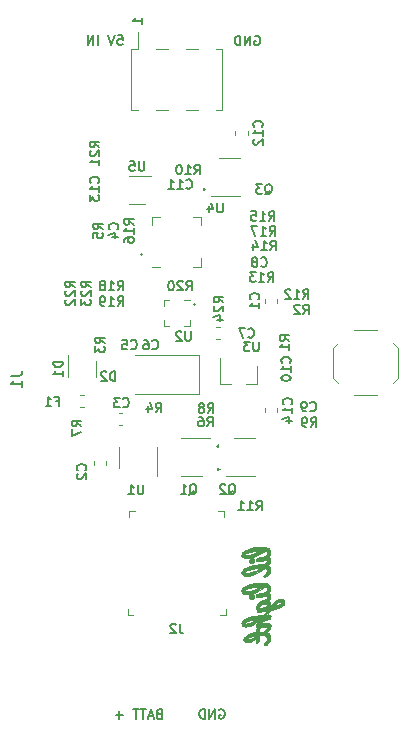
<source format=gbr>
G04 #@! TF.GenerationSoftware,KiCad,Pcbnew,5.1.4+dfsg1-1*
G04 #@! TF.CreationDate,2021-01-09T21:35:19+00:00*
G04 #@! TF.ProjectId,bike-light-board,62696b65-2d6c-4696-9768-742d626f6172,rev?*
G04 #@! TF.SameCoordinates,Original*
G04 #@! TF.FileFunction,Legend,Bot*
G04 #@! TF.FilePolarity,Positive*
%FSLAX46Y46*%
G04 Gerber Fmt 4.6, Leading zero omitted, Abs format (unit mm)*
G04 Created by KiCad (PCBNEW 5.1.4+dfsg1-1) date 2021-01-09 21:35:19*
%MOMM*%
%LPD*%
G04 APERTURE LIST*
%ADD10C,0.150000*%
%ADD11C,0.010000*%
%ADD12C,0.250000*%
%ADD13C,0.120000*%
%ADD14C,0.100000*%
G04 APERTURE END LIST*
D10*
X3609523Y-29350000D02*
X3685714Y-29311904D01*
X3800000Y-29311904D01*
X3914285Y-29350000D01*
X3990476Y-29426190D01*
X4028571Y-29502380D01*
X4066666Y-29654761D01*
X4066666Y-29769047D01*
X4028571Y-29921428D01*
X3990476Y-29997619D01*
X3914285Y-30073809D01*
X3800000Y-30111904D01*
X3723809Y-30111904D01*
X3609523Y-30073809D01*
X3571428Y-30035714D01*
X3571428Y-29769047D01*
X3723809Y-29769047D01*
X3228571Y-30111904D02*
X3228571Y-29311904D01*
X2771428Y-30111904D01*
X2771428Y-29311904D01*
X2390476Y-30111904D02*
X2390476Y-29311904D01*
X2200000Y-29311904D01*
X2085714Y-29350000D01*
X2009523Y-29426190D01*
X1971428Y-29502380D01*
X1933333Y-29654761D01*
X1933333Y-29769047D01*
X1971428Y-29921428D01*
X2009523Y-29997619D01*
X2085714Y-30073809D01*
X2200000Y-30111904D01*
X2390476Y-30111904D01*
X-1504762Y-29692857D02*
X-1619048Y-29730952D01*
X-1657143Y-29769047D01*
X-1695239Y-29845238D01*
X-1695239Y-29959523D01*
X-1657143Y-30035714D01*
X-1619048Y-30073809D01*
X-1542858Y-30111904D01*
X-1238096Y-30111904D01*
X-1238096Y-29311904D01*
X-1504762Y-29311904D01*
X-1580953Y-29350000D01*
X-1619048Y-29388095D01*
X-1657143Y-29464285D01*
X-1657143Y-29540476D01*
X-1619048Y-29616666D01*
X-1580953Y-29654761D01*
X-1504762Y-29692857D01*
X-1238096Y-29692857D01*
X-2000000Y-29883333D02*
X-2380953Y-29883333D01*
X-1923810Y-30111904D02*
X-2190477Y-29311904D01*
X-2457143Y-30111904D01*
X-2609524Y-29311904D02*
X-3066667Y-29311904D01*
X-2838096Y-30111904D02*
X-2838096Y-29311904D01*
X-3219048Y-29311904D02*
X-3676191Y-29311904D01*
X-3447620Y-30111904D02*
X-3447620Y-29311904D01*
X-4552381Y-29807142D02*
X-5161905Y-29807142D01*
X-4857143Y-30111904D02*
X-4857143Y-29502380D01*
X6609523Y27650000D02*
X6685714Y27688096D01*
X6800000Y27688096D01*
X6914285Y27650000D01*
X6990476Y27573810D01*
X7028571Y27497620D01*
X7066666Y27345239D01*
X7066666Y27230953D01*
X7028571Y27078572D01*
X6990476Y27002381D01*
X6914285Y26926191D01*
X6800000Y26888096D01*
X6723809Y26888096D01*
X6609523Y26926191D01*
X6571428Y26964286D01*
X6571428Y27230953D01*
X6723809Y27230953D01*
X6228571Y26888096D02*
X6228571Y27688096D01*
X5771428Y26888096D01*
X5771428Y27688096D01*
X5390476Y26888096D02*
X5390476Y27688096D01*
X5200000Y27688096D01*
X5085714Y27650000D01*
X5009523Y27573810D01*
X4971428Y27497620D01*
X4933333Y27345239D01*
X4933333Y27230953D01*
X4971428Y27078572D01*
X5009523Y27002381D01*
X5085714Y26926191D01*
X5200000Y26888096D01*
X5390476Y26888096D01*
X-4983334Y27738096D02*
X-4602381Y27738096D01*
X-4564286Y27357143D01*
X-4602381Y27395239D01*
X-4678572Y27433334D01*
X-4869048Y27433334D01*
X-4945239Y27395239D01*
X-4983334Y27357143D01*
X-5021429Y27280953D01*
X-5021429Y27090477D01*
X-4983334Y27014286D01*
X-4945239Y26976191D01*
X-4869048Y26938096D01*
X-4678572Y26938096D01*
X-4602381Y26976191D01*
X-4564286Y27014286D01*
X-5250000Y27738096D02*
X-5516667Y26938096D01*
X-5783334Y27738096D01*
X-6659524Y26938096D02*
X-6659524Y27738096D01*
X-7040477Y26938096D02*
X-7040477Y27738096D01*
X-7497620Y26938096D01*
X-7497620Y27738096D01*
X-2888096Y28721429D02*
X-2888096Y29178572D01*
X-2888096Y28950000D02*
X-3688096Y28950000D01*
X-3573810Y29026191D01*
X-3497620Y29102381D01*
X-3459524Y29178572D01*
D11*
G04 #@! TO.C,G\002A\002A\002A*
G36*
X6163776Y-19900555D02*
G01*
X6175687Y-19929553D01*
X6210447Y-19977549D01*
X6258099Y-20005844D01*
X6321922Y-20016263D01*
X6331664Y-20016400D01*
X6405803Y-20005432D01*
X6466794Y-19972975D01*
X6513514Y-19919699D01*
X6523362Y-19902173D01*
X6541715Y-19846309D01*
X6548977Y-19779377D01*
X6545014Y-19712103D01*
X6529690Y-19655208D01*
X6526555Y-19648532D01*
X6489182Y-19599697D01*
X6438693Y-19568822D01*
X6380148Y-19556126D01*
X6318609Y-19561825D01*
X6259135Y-19586137D01*
X6206786Y-19629281D01*
X6202194Y-19634573D01*
X6170483Y-19689783D01*
X6153006Y-19758118D01*
X6150519Y-19831176D01*
X6163776Y-19900555D01*
X6163776Y-19900555D01*
G37*
X6163776Y-19900555D02*
X6175687Y-19929553D01*
X6210447Y-19977549D01*
X6258099Y-20005844D01*
X6321922Y-20016263D01*
X6331664Y-20016400D01*
X6405803Y-20005432D01*
X6466794Y-19972975D01*
X6513514Y-19919699D01*
X6523362Y-19902173D01*
X6541715Y-19846309D01*
X6548977Y-19779377D01*
X6545014Y-19712103D01*
X6529690Y-19655208D01*
X6526555Y-19648532D01*
X6489182Y-19599697D01*
X6438693Y-19568822D01*
X6380148Y-19556126D01*
X6318609Y-19561825D01*
X6259135Y-19586137D01*
X6206786Y-19629281D01*
X6202194Y-19634573D01*
X6170483Y-19689783D01*
X6153006Y-19758118D01*
X6150519Y-19831176D01*
X6163776Y-19900555D01*
G36*
X6159401Y-16838637D02*
G01*
X6184826Y-16901742D01*
X6225888Y-16947021D01*
X6281069Y-16972798D01*
X6348389Y-16977432D01*
X6418775Y-16959543D01*
X6477849Y-16920994D01*
X6520877Y-16864968D01*
X6523588Y-16859615D01*
X6540391Y-16806488D01*
X6547784Y-16741931D01*
X6545617Y-16676345D01*
X6533736Y-16620130D01*
X6527307Y-16604697D01*
X6491380Y-16559344D01*
X6439174Y-16527839D01*
X6377581Y-16513630D01*
X6346002Y-16514031D01*
X6276090Y-16532119D01*
X6220164Y-16570405D01*
X6179772Y-16626941D01*
X6156460Y-16699779D01*
X6151133Y-16759387D01*
X6159401Y-16838637D01*
X6159401Y-16838637D01*
G37*
X6159401Y-16838637D02*
X6184826Y-16901742D01*
X6225888Y-16947021D01*
X6281069Y-16972798D01*
X6348389Y-16977432D01*
X6418775Y-16959543D01*
X6477849Y-16920994D01*
X6520877Y-16864968D01*
X6523588Y-16859615D01*
X6540391Y-16806488D01*
X6547784Y-16741931D01*
X6545617Y-16676345D01*
X6533736Y-16620130D01*
X6527307Y-16604697D01*
X6491380Y-16559344D01*
X6439174Y-16527839D01*
X6377581Y-16513630D01*
X6346002Y-16514031D01*
X6276090Y-16532119D01*
X6220164Y-16570405D01*
X6179772Y-16626941D01*
X6156460Y-16699779D01*
X6151133Y-16759387D01*
X6159401Y-16838637D01*
G36*
X5508156Y-17847455D02*
G01*
X5548160Y-17906622D01*
X5611551Y-17956478D01*
X5645670Y-17975070D01*
X5681947Y-17992104D01*
X5713376Y-18003763D01*
X5746553Y-18011278D01*
X5788067Y-18015881D01*
X5844513Y-18018806D01*
X5887315Y-18020237D01*
X6020634Y-18019033D01*
X6150921Y-18006365D01*
X6282943Y-17981168D01*
X6421461Y-17942383D01*
X6571240Y-17888945D01*
X6684966Y-17842411D01*
X6901390Y-17740289D01*
X7123368Y-17616786D01*
X7326691Y-17487777D01*
X7381593Y-17451638D01*
X7429831Y-17421288D01*
X7467132Y-17399310D01*
X7489220Y-17388291D01*
X7492473Y-17387499D01*
X7522643Y-17394873D01*
X7562320Y-17413546D01*
X7602921Y-17438344D01*
X7635862Y-17464092D01*
X7651732Y-17483503D01*
X7664081Y-17533791D01*
X7664074Y-17595585D01*
X7652291Y-17658527D01*
X7640076Y-17691950D01*
X7616633Y-17729855D01*
X7575763Y-17780370D01*
X7520035Y-17840444D01*
X7487955Y-17872571D01*
X7440706Y-17920525D01*
X7401860Y-17963155D01*
X7374589Y-17996755D01*
X7362062Y-18017622D01*
X7361600Y-18020177D01*
X7372784Y-18054029D01*
X7403051Y-18078446D01*
X7447473Y-18092277D01*
X7501122Y-18094370D01*
X7559070Y-18083575D01*
X7587973Y-18073047D01*
X7641583Y-18041500D01*
X7701592Y-17992285D01*
X7763214Y-17930538D01*
X7821663Y-17861393D01*
X7872153Y-17789987D01*
X7903946Y-17733983D01*
X7926621Y-17686556D01*
X7940727Y-17649997D01*
X7948223Y-17615227D01*
X7951071Y-17573172D01*
X7951235Y-17515140D01*
X7947360Y-17429334D01*
X7937220Y-17368051D01*
X7930244Y-17347627D01*
X7898248Y-17293382D01*
X7852164Y-17238669D01*
X7800403Y-17192546D01*
X7765691Y-17170422D01*
X7735999Y-17153731D01*
X7718866Y-17141113D01*
X7717200Y-17138364D01*
X7725212Y-17126323D01*
X7746606Y-17100450D01*
X7777412Y-17065466D01*
X7791510Y-17049947D01*
X7833379Y-17000080D01*
X7874466Y-16944241D01*
X7906517Y-16893719D01*
X7908985Y-16889250D01*
X7931409Y-16845160D01*
X7944402Y-16809055D01*
X7950472Y-16770405D01*
X7952127Y-16718681D01*
X7952150Y-16708050D01*
X7950936Y-16652721D01*
X7945936Y-16613424D01*
X7935114Y-16580849D01*
X7916731Y-16546195D01*
X7890112Y-16508196D01*
X7861262Y-16477713D01*
X7846881Y-16467285D01*
X7811139Y-16447304D01*
X7792803Y-16431597D01*
X7791286Y-16413956D01*
X7805999Y-16388173D01*
X7835682Y-16348916D01*
X7869710Y-16299926D01*
X7900961Y-16246862D01*
X7921148Y-16204708D01*
X7940560Y-16135631D01*
X7951610Y-16053957D01*
X7953352Y-15971379D01*
X7945524Y-15902735D01*
X7915978Y-15822970D01*
X7863352Y-15752020D01*
X7788634Y-15690578D01*
X7692810Y-15639338D01*
X7576867Y-15598992D01*
X7482250Y-15577224D01*
X7434955Y-15569362D01*
X7387042Y-15564001D01*
X7333291Y-15560933D01*
X7268481Y-15559952D01*
X7187394Y-15560850D01*
X7113950Y-15562599D01*
X7113950Y-15874021D01*
X7044100Y-15915435D01*
X7007260Y-15935963D01*
X6953690Y-15964115D01*
X6889634Y-15996686D01*
X6821337Y-16030470D01*
X6796450Y-16042537D01*
X6605677Y-16127632D01*
X6427439Y-16192693D01*
X6259493Y-16238341D01*
X6099597Y-16265202D01*
X5964600Y-16273781D01*
X5881093Y-16272235D01*
X5820161Y-16264609D01*
X5779562Y-16250236D01*
X5757052Y-16228446D01*
X5751077Y-16210113D01*
X5759557Y-16182640D01*
X5790902Y-16153148D01*
X5842715Y-16122287D01*
X5912602Y-16090707D01*
X5998168Y-16059060D01*
X6097017Y-16027994D01*
X6206755Y-15998162D01*
X6324986Y-15970212D01*
X6449315Y-15944796D01*
X6577347Y-15922565D01*
X6706686Y-15904168D01*
X6834938Y-15890255D01*
X6959708Y-15881479D01*
X6961550Y-15881389D01*
X7113950Y-15874021D01*
X7113950Y-15562599D01*
X6837788Y-15579333D01*
X6578120Y-15614261D01*
X6333355Y-15667738D01*
X6101904Y-15740120D01*
X5882179Y-15831763D01*
X5856650Y-15844011D01*
X5739836Y-15906794D01*
X5647142Y-15970282D01*
X5577298Y-16035920D01*
X5529032Y-16105157D01*
X5501077Y-16179440D01*
X5492160Y-16259358D01*
X5500334Y-16331162D01*
X5526472Y-16388792D01*
X5572996Y-16435787D01*
X5639055Y-16474171D01*
X5744222Y-16510247D01*
X5865018Y-16528206D01*
X5999779Y-16528530D01*
X6146835Y-16511700D01*
X6304522Y-16478200D01*
X6471170Y-16428512D01*
X6645114Y-16363117D01*
X6824687Y-16282498D01*
X7008220Y-16187138D01*
X7194049Y-16077519D01*
X7340118Y-15982016D01*
X7477386Y-15888321D01*
X7529851Y-15902448D01*
X7572707Y-15920998D01*
X7614686Y-15949751D01*
X7624357Y-15958617D01*
X7649612Y-15987112D01*
X7662122Y-16014014D01*
X7666180Y-16050625D01*
X7666400Y-16069286D01*
X7653796Y-16152364D01*
X7616327Y-16233358D01*
X7554509Y-16311211D01*
X7542984Y-16322731D01*
X7482250Y-16381763D01*
X7311095Y-16403141D01*
X7218503Y-16416508D01*
X7124333Y-16433318D01*
X7033157Y-16452470D01*
X6949548Y-16472860D01*
X6878080Y-16493384D01*
X6823325Y-16512938D01*
X6793094Y-16528136D01*
X6760029Y-16562976D01*
X6737955Y-16611767D01*
X6727620Y-16667192D01*
X6729771Y-16721932D01*
X6745157Y-16768670D01*
X6765902Y-16794127D01*
X6779457Y-16803262D01*
X6795889Y-16809194D01*
X6818257Y-16811617D01*
X6849621Y-16810232D01*
X6893038Y-16804734D01*
X6951570Y-16794821D01*
X7028274Y-16780192D01*
X7126210Y-16760543D01*
X7145700Y-16756578D01*
X7275667Y-16732506D01*
X7388692Y-16716540D01*
X7483332Y-16708752D01*
X7558144Y-16709213D01*
X7611686Y-16717994D01*
X7639607Y-16732243D01*
X7662738Y-16763292D01*
X7667001Y-16799252D01*
X7651649Y-16841890D01*
X7615935Y-16892969D01*
X7559114Y-16954256D01*
X7536477Y-16976193D01*
X7442654Y-17065316D01*
X7341802Y-17055124D01*
X7241316Y-17049920D01*
X7121652Y-17051912D01*
X7047400Y-17056650D01*
X7047400Y-17376654D01*
X7078547Y-17378839D01*
X7089351Y-17383597D01*
X7088550Y-17385065D01*
X7073130Y-17395582D01*
X7039576Y-17415141D01*
X6992371Y-17441228D01*
X6935998Y-17471328D01*
X6917100Y-17481218D01*
X6713866Y-17579871D01*
X6523169Y-17657470D01*
X6343862Y-17714359D01*
X6174801Y-17750883D01*
X6014837Y-17767387D01*
X5962789Y-17768500D01*
X5875888Y-17764973D01*
X5810894Y-17754641D01*
X5768419Y-17737872D01*
X5749079Y-17715036D01*
X5753488Y-17686501D01*
X5777403Y-17657062D01*
X5820026Y-17627344D01*
X5885130Y-17595934D01*
X5969918Y-17563629D01*
X6071592Y-17531228D01*
X6187355Y-17499525D01*
X6314411Y-17469319D01*
X6449962Y-17441406D01*
X6591211Y-17416584D01*
X6656750Y-17406508D01*
X6726168Y-17397409D01*
X6799181Y-17389695D01*
X6871801Y-17383564D01*
X6940037Y-17379215D01*
X6999900Y-17376846D01*
X7047400Y-17376654D01*
X7047400Y-17056650D01*
X6987791Y-17060455D01*
X6844715Y-17074903D01*
X6697404Y-17094610D01*
X6550841Y-17118931D01*
X6410005Y-17147221D01*
X6279879Y-17178834D01*
X6193588Y-17203930D01*
X6123177Y-17228005D01*
X6042807Y-17258360D01*
X5959361Y-17292126D01*
X5879725Y-17326434D01*
X5810784Y-17358414D01*
X5761400Y-17384063D01*
X5665290Y-17448620D01*
X5588377Y-17521066D01*
X5532594Y-17599118D01*
X5499877Y-17680489D01*
X5496209Y-17697291D01*
X5491013Y-17778002D01*
X5508156Y-17847455D01*
X5508156Y-17847455D01*
G37*
X5508156Y-17847455D02*
X5548160Y-17906622D01*
X5611551Y-17956478D01*
X5645670Y-17975070D01*
X5681947Y-17992104D01*
X5713376Y-18003763D01*
X5746553Y-18011278D01*
X5788067Y-18015881D01*
X5844513Y-18018806D01*
X5887315Y-18020237D01*
X6020634Y-18019033D01*
X6150921Y-18006365D01*
X6282943Y-17981168D01*
X6421461Y-17942383D01*
X6571240Y-17888945D01*
X6684966Y-17842411D01*
X6901390Y-17740289D01*
X7123368Y-17616786D01*
X7326691Y-17487777D01*
X7381593Y-17451638D01*
X7429831Y-17421288D01*
X7467132Y-17399310D01*
X7489220Y-17388291D01*
X7492473Y-17387499D01*
X7522643Y-17394873D01*
X7562320Y-17413546D01*
X7602921Y-17438344D01*
X7635862Y-17464092D01*
X7651732Y-17483503D01*
X7664081Y-17533791D01*
X7664074Y-17595585D01*
X7652291Y-17658527D01*
X7640076Y-17691950D01*
X7616633Y-17729855D01*
X7575763Y-17780370D01*
X7520035Y-17840444D01*
X7487955Y-17872571D01*
X7440706Y-17920525D01*
X7401860Y-17963155D01*
X7374589Y-17996755D01*
X7362062Y-18017622D01*
X7361600Y-18020177D01*
X7372784Y-18054029D01*
X7403051Y-18078446D01*
X7447473Y-18092277D01*
X7501122Y-18094370D01*
X7559070Y-18083575D01*
X7587973Y-18073047D01*
X7641583Y-18041500D01*
X7701592Y-17992285D01*
X7763214Y-17930538D01*
X7821663Y-17861393D01*
X7872153Y-17789987D01*
X7903946Y-17733983D01*
X7926621Y-17686556D01*
X7940727Y-17649997D01*
X7948223Y-17615227D01*
X7951071Y-17573172D01*
X7951235Y-17515140D01*
X7947360Y-17429334D01*
X7937220Y-17368051D01*
X7930244Y-17347627D01*
X7898248Y-17293382D01*
X7852164Y-17238669D01*
X7800403Y-17192546D01*
X7765691Y-17170422D01*
X7735999Y-17153731D01*
X7718866Y-17141113D01*
X7717200Y-17138364D01*
X7725212Y-17126323D01*
X7746606Y-17100450D01*
X7777412Y-17065466D01*
X7791510Y-17049947D01*
X7833379Y-17000080D01*
X7874466Y-16944241D01*
X7906517Y-16893719D01*
X7908985Y-16889250D01*
X7931409Y-16845160D01*
X7944402Y-16809055D01*
X7950472Y-16770405D01*
X7952127Y-16718681D01*
X7952150Y-16708050D01*
X7950936Y-16652721D01*
X7945936Y-16613424D01*
X7935114Y-16580849D01*
X7916731Y-16546195D01*
X7890112Y-16508196D01*
X7861262Y-16477713D01*
X7846881Y-16467285D01*
X7811139Y-16447304D01*
X7792803Y-16431597D01*
X7791286Y-16413956D01*
X7805999Y-16388173D01*
X7835682Y-16348916D01*
X7869710Y-16299926D01*
X7900961Y-16246862D01*
X7921148Y-16204708D01*
X7940560Y-16135631D01*
X7951610Y-16053957D01*
X7953352Y-15971379D01*
X7945524Y-15902735D01*
X7915978Y-15822970D01*
X7863352Y-15752020D01*
X7788634Y-15690578D01*
X7692810Y-15639338D01*
X7576867Y-15598992D01*
X7482250Y-15577224D01*
X7434955Y-15569362D01*
X7387042Y-15564001D01*
X7333291Y-15560933D01*
X7268481Y-15559952D01*
X7187394Y-15560850D01*
X7113950Y-15562599D01*
X7113950Y-15874021D01*
X7044100Y-15915435D01*
X7007260Y-15935963D01*
X6953690Y-15964115D01*
X6889634Y-15996686D01*
X6821337Y-16030470D01*
X6796450Y-16042537D01*
X6605677Y-16127632D01*
X6427439Y-16192693D01*
X6259493Y-16238341D01*
X6099597Y-16265202D01*
X5964600Y-16273781D01*
X5881093Y-16272235D01*
X5820161Y-16264609D01*
X5779562Y-16250236D01*
X5757052Y-16228446D01*
X5751077Y-16210113D01*
X5759557Y-16182640D01*
X5790902Y-16153148D01*
X5842715Y-16122287D01*
X5912602Y-16090707D01*
X5998168Y-16059060D01*
X6097017Y-16027994D01*
X6206755Y-15998162D01*
X6324986Y-15970212D01*
X6449315Y-15944796D01*
X6577347Y-15922565D01*
X6706686Y-15904168D01*
X6834938Y-15890255D01*
X6959708Y-15881479D01*
X6961550Y-15881389D01*
X7113950Y-15874021D01*
X7113950Y-15562599D01*
X6837788Y-15579333D01*
X6578120Y-15614261D01*
X6333355Y-15667738D01*
X6101904Y-15740120D01*
X5882179Y-15831763D01*
X5856650Y-15844011D01*
X5739836Y-15906794D01*
X5647142Y-15970282D01*
X5577298Y-16035920D01*
X5529032Y-16105157D01*
X5501077Y-16179440D01*
X5492160Y-16259358D01*
X5500334Y-16331162D01*
X5526472Y-16388792D01*
X5572996Y-16435787D01*
X5639055Y-16474171D01*
X5744222Y-16510247D01*
X5865018Y-16528206D01*
X5999779Y-16528530D01*
X6146835Y-16511700D01*
X6304522Y-16478200D01*
X6471170Y-16428512D01*
X6645114Y-16363117D01*
X6824687Y-16282498D01*
X7008220Y-16187138D01*
X7194049Y-16077519D01*
X7340118Y-15982016D01*
X7477386Y-15888321D01*
X7529851Y-15902448D01*
X7572707Y-15920998D01*
X7614686Y-15949751D01*
X7624357Y-15958617D01*
X7649612Y-15987112D01*
X7662122Y-16014014D01*
X7666180Y-16050625D01*
X7666400Y-16069286D01*
X7653796Y-16152364D01*
X7616327Y-16233358D01*
X7554509Y-16311211D01*
X7542984Y-16322731D01*
X7482250Y-16381763D01*
X7311095Y-16403141D01*
X7218503Y-16416508D01*
X7124333Y-16433318D01*
X7033157Y-16452470D01*
X6949548Y-16472860D01*
X6878080Y-16493384D01*
X6823325Y-16512938D01*
X6793094Y-16528136D01*
X6760029Y-16562976D01*
X6737955Y-16611767D01*
X6727620Y-16667192D01*
X6729771Y-16721932D01*
X6745157Y-16768670D01*
X6765902Y-16794127D01*
X6779457Y-16803262D01*
X6795889Y-16809194D01*
X6818257Y-16811617D01*
X6849621Y-16810232D01*
X6893038Y-16804734D01*
X6951570Y-16794821D01*
X7028274Y-16780192D01*
X7126210Y-16760543D01*
X7145700Y-16756578D01*
X7275667Y-16732506D01*
X7388692Y-16716540D01*
X7483332Y-16708752D01*
X7558144Y-16709213D01*
X7611686Y-16717994D01*
X7639607Y-16732243D01*
X7662738Y-16763292D01*
X7667001Y-16799252D01*
X7651649Y-16841890D01*
X7615935Y-16892969D01*
X7559114Y-16954256D01*
X7536477Y-16976193D01*
X7442654Y-17065316D01*
X7341802Y-17055124D01*
X7241316Y-17049920D01*
X7121652Y-17051912D01*
X7047400Y-17056650D01*
X7047400Y-17376654D01*
X7078547Y-17378839D01*
X7089351Y-17383597D01*
X7088550Y-17385065D01*
X7073130Y-17395582D01*
X7039576Y-17415141D01*
X6992371Y-17441228D01*
X6935998Y-17471328D01*
X6917100Y-17481218D01*
X6713866Y-17579871D01*
X6523169Y-17657470D01*
X6343862Y-17714359D01*
X6174801Y-17750883D01*
X6014837Y-17767387D01*
X5962789Y-17768500D01*
X5875888Y-17764973D01*
X5810894Y-17754641D01*
X5768419Y-17737872D01*
X5749079Y-17715036D01*
X5753488Y-17686501D01*
X5777403Y-17657062D01*
X5820026Y-17627344D01*
X5885130Y-17595934D01*
X5969918Y-17563629D01*
X6071592Y-17531228D01*
X6187355Y-17499525D01*
X6314411Y-17469319D01*
X6449962Y-17441406D01*
X6591211Y-17416584D01*
X6656750Y-17406508D01*
X6726168Y-17397409D01*
X6799181Y-17389695D01*
X6871801Y-17383564D01*
X6940037Y-17379215D01*
X6999900Y-17376846D01*
X7047400Y-17376654D01*
X7047400Y-17056650D01*
X6987791Y-17060455D01*
X6844715Y-17074903D01*
X6697404Y-17094610D01*
X6550841Y-17118931D01*
X6410005Y-17147221D01*
X6279879Y-17178834D01*
X6193588Y-17203930D01*
X6123177Y-17228005D01*
X6042807Y-17258360D01*
X5959361Y-17292126D01*
X5879725Y-17326434D01*
X5810784Y-17358414D01*
X5761400Y-17384063D01*
X5665290Y-17448620D01*
X5588377Y-17521066D01*
X5532594Y-17599118D01*
X5499877Y-17680489D01*
X5496209Y-17697291D01*
X5491013Y-17778002D01*
X5508156Y-17847455D01*
G36*
X5500789Y-22124442D02*
G01*
X5531332Y-22189165D01*
X5584037Y-22243623D01*
X5659966Y-22289300D01*
X5666150Y-22292194D01*
X5697641Y-22305250D01*
X5728515Y-22313655D01*
X5765446Y-22318289D01*
X5815108Y-22320035D01*
X5875700Y-22319871D01*
X5952746Y-22317671D01*
X6014505Y-22312065D01*
X6071007Y-22301689D01*
X6132282Y-22285183D01*
X6133279Y-22284885D01*
X6267100Y-22235479D01*
X6410411Y-22165116D01*
X6560832Y-22075295D01*
X6715985Y-21967515D01*
X6873492Y-21843277D01*
X6979005Y-21751710D01*
X7072661Y-21667400D01*
X7201255Y-21668402D01*
X7252446Y-21669432D01*
X7290193Y-21671433D01*
X7310162Y-21674089D01*
X7310800Y-21676346D01*
X7273246Y-21692485D01*
X7221228Y-21717990D01*
X7161968Y-21749002D01*
X7102689Y-21781664D01*
X7050613Y-21812119D01*
X7019726Y-21831802D01*
X6961982Y-21876383D01*
X6902390Y-21931473D01*
X6846602Y-21991012D01*
X6800270Y-22048942D01*
X6769046Y-22099202D01*
X6767707Y-22101989D01*
X6740317Y-22178871D01*
X6730882Y-22251576D01*
X6739013Y-22316113D01*
X6764324Y-22368495D01*
X6796579Y-22398902D01*
X6829225Y-22412178D01*
X6877004Y-22418328D01*
X6941562Y-22417214D01*
X7024542Y-22408698D01*
X7127591Y-22392640D01*
X7252354Y-22368903D01*
X7320123Y-22354807D01*
X7425024Y-22334214D01*
X7507995Y-22322179D01*
X7571105Y-22318950D01*
X7616427Y-22324773D01*
X7646032Y-22339896D01*
X7661990Y-22364567D01*
X7666400Y-22396116D01*
X7657008Y-22437849D01*
X7628190Y-22487127D01*
X7578982Y-22545218D01*
X7508423Y-22613393D01*
X7487123Y-22632345D01*
X7445844Y-22669276D01*
X7411561Y-22701256D01*
X7389023Y-22723788D01*
X7383193Y-22730770D01*
X7371334Y-22737468D01*
X7343731Y-22742211D01*
X7297715Y-22745208D01*
X7230618Y-22746671D01*
X7178459Y-22746900D01*
X6983881Y-22746900D01*
X6975431Y-22661175D01*
X6969304Y-22608417D01*
X6961827Y-22574695D01*
X6950321Y-22553679D01*
X6932105Y-22539039D01*
X6921109Y-22532901D01*
X6878491Y-22520391D01*
X6829255Y-22520310D01*
X6781344Y-22530941D01*
X6742700Y-22550566D01*
X6721789Y-22576018D01*
X6717872Y-22598450D01*
X6715048Y-22637939D01*
X6713902Y-22686146D01*
X6713900Y-22688609D01*
X6713899Y-22780641D01*
X6617479Y-22799966D01*
X6617479Y-23104530D01*
X6641638Y-23105060D01*
X6648632Y-23112514D01*
X6640381Y-23127308D01*
X6618807Y-23149856D01*
X6590256Y-23176505D01*
X6542538Y-23217585D01*
X6490837Y-23257765D01*
X6445655Y-23288923D01*
X6442106Y-23291105D01*
X6322895Y-23351232D01*
X6202190Y-23387210D01*
X6076107Y-23400177D01*
X6069845Y-23400240D01*
X6010002Y-23399574D01*
X5970268Y-23396201D01*
X5945426Y-23389359D01*
X5932015Y-23380141D01*
X5917638Y-23352280D01*
X5927574Y-23322705D01*
X5960828Y-23291900D01*
X6016408Y-23260350D01*
X6093322Y-23228540D01*
X6190576Y-23196956D01*
X6307178Y-23166082D01*
X6422804Y-23140338D01*
X6509983Y-23122584D01*
X6574234Y-23110510D01*
X6617479Y-23104530D01*
X6617479Y-22799966D01*
X6571024Y-22809278D01*
X6397600Y-22850096D01*
X6239134Y-22899636D01*
X6096987Y-22957037D01*
X5972520Y-23021432D01*
X5867092Y-23091958D01*
X5782066Y-23167752D01*
X5718800Y-23247949D01*
X5678656Y-23331686D01*
X5666132Y-23383941D01*
X5667184Y-23447523D01*
X5686547Y-23509398D01*
X5720831Y-23560969D01*
X5743924Y-23581206D01*
X5829020Y-23625869D01*
X5927477Y-23650003D01*
X6040161Y-23653773D01*
X6098179Y-23648571D01*
X6243030Y-23619823D01*
X6376273Y-23570294D01*
X6500988Y-23498513D01*
X6620252Y-23403008D01*
X6629347Y-23394582D01*
X6713900Y-23315487D01*
X6713900Y-23487947D01*
X6714124Y-23557357D01*
X6715217Y-23605695D01*
X6717808Y-23637286D01*
X6722528Y-23656457D01*
X6730006Y-23667533D01*
X6740871Y-23674840D01*
X6741130Y-23674979D01*
X6779027Y-23683995D01*
X6826332Y-23680907D01*
X6871145Y-23667430D01*
X6894529Y-23652851D01*
X6919782Y-23625864D01*
X6939217Y-23592932D01*
X6953705Y-23550346D01*
X6964118Y-23494401D01*
X6971328Y-23421390D01*
X6976206Y-23327607D01*
X6977127Y-23301576D01*
X6980791Y-23214872D01*
X6985357Y-23147181D01*
X6990643Y-23100433D01*
X6996469Y-23076560D01*
X6998338Y-23074119D01*
X7018891Y-23069200D01*
X7059201Y-23066148D01*
X7113698Y-23064907D01*
X7176812Y-23065418D01*
X7242973Y-23067625D01*
X7306612Y-23071470D01*
X7362158Y-23076895D01*
X7370206Y-23077945D01*
X7469728Y-23097299D01*
X7546812Y-23125923D01*
X7603164Y-23165193D01*
X7640488Y-23216484D01*
X7660489Y-23281172D01*
X7664305Y-23315236D01*
X7664941Y-23373528D01*
X7657143Y-23424192D01*
X7638523Y-23472011D01*
X7606695Y-23521769D01*
X7559268Y-23578249D01*
X7504298Y-23635732D01*
X7446320Y-23694905D01*
X7404902Y-23739498D01*
X7378361Y-23772608D01*
X7365018Y-23797332D01*
X7363189Y-23816767D01*
X7371195Y-23834008D01*
X7387000Y-23851800D01*
X7411271Y-23868143D01*
X7446690Y-23875827D01*
X7482755Y-23877200D01*
X7551512Y-23868822D01*
X7617875Y-23842587D01*
X7684268Y-23796845D01*
X7753116Y-23729946D01*
X7822545Y-23645894D01*
X7890539Y-23542113D01*
X7934403Y-23438941D01*
X7955063Y-23332829D01*
X7953446Y-23220228D01*
X7946530Y-23171195D01*
X7917430Y-23066407D01*
X7869052Y-22977954D01*
X7800575Y-22904721D01*
X7711177Y-22845594D01*
X7704001Y-22841897D01*
X7639090Y-22809004D01*
X7722591Y-22723977D01*
X7799780Y-22640909D01*
X7858080Y-22567387D01*
X7900171Y-22499545D01*
X7928735Y-22433515D01*
X7932902Y-22420700D01*
X7955074Y-22319636D01*
X7956197Y-22229432D01*
X7936460Y-22151386D01*
X7896054Y-22086793D01*
X7881960Y-22072147D01*
X7837878Y-22038406D01*
X7785802Y-22015350D01*
X7722850Y-22002764D01*
X7646140Y-22000430D01*
X7552789Y-22008135D01*
X7439914Y-22025661D01*
X7389139Y-22035278D01*
X7326541Y-22046405D01*
X7265788Y-22055125D01*
X7215814Y-22060247D01*
X7195566Y-22061100D01*
X7157689Y-22059651D01*
X7138944Y-22053698D01*
X7133150Y-22040829D01*
X7133000Y-22036689D01*
X7144803Y-22006988D01*
X7178364Y-21972125D01*
X7230908Y-21933526D01*
X7299661Y-21892613D01*
X7381848Y-21850810D01*
X7474696Y-21809541D01*
X7575430Y-21770230D01*
X7681276Y-21734300D01*
X7775926Y-21706749D01*
X7816350Y-21689636D01*
X7860514Y-21661793D01*
X7881093Y-21645144D01*
X7915512Y-21609481D01*
X7935746Y-21573215D01*
X7948450Y-21526257D01*
X7956387Y-21465814D01*
X7950503Y-21420258D01*
X7928376Y-21387083D01*
X7887585Y-21363785D01*
X7825709Y-21347857D01*
X7768209Y-21339712D01*
X7690267Y-21330850D01*
X7833908Y-21122032D01*
X7977550Y-20913215D01*
X8111160Y-20885422D01*
X8310891Y-20839173D01*
X8490391Y-20787863D01*
X8648931Y-20731852D01*
X8785783Y-20671497D01*
X8900220Y-20607155D01*
X8991512Y-20539184D01*
X9058932Y-20467942D01*
X9099141Y-20400068D01*
X9117328Y-20345979D01*
X9129758Y-20285883D01*
X9134928Y-20229616D01*
X9131549Y-20187850D01*
X9106502Y-20108946D01*
X9073810Y-20049780D01*
X9029709Y-20004986D01*
X8982427Y-19975235D01*
X8943452Y-19959091D01*
X8899035Y-19950667D01*
X8839692Y-19948229D01*
X8834800Y-19948237D01*
X8775571Y-19953860D01*
X8775571Y-20202737D01*
X8816506Y-20203710D01*
X8842258Y-20212458D01*
X8861590Y-20230895D01*
X8878672Y-20265083D01*
X8873033Y-20299940D01*
X8843950Y-20338271D01*
X8830665Y-20350761D01*
X8779309Y-20388191D01*
X8709966Y-20426746D01*
X8629606Y-20462820D01*
X8574450Y-20483336D01*
X8515131Y-20502571D01*
X8451565Y-20521545D01*
X8388612Y-20539006D01*
X8331135Y-20553703D01*
X8283996Y-20564384D01*
X8252058Y-20569799D01*
X8240461Y-20569294D01*
X8245277Y-20557391D01*
X8265839Y-20532513D01*
X8298513Y-20498107D01*
X8339665Y-20457617D01*
X8385662Y-20414488D01*
X8432868Y-20372164D01*
X8477649Y-20334091D01*
X8516373Y-20303714D01*
X8532803Y-20292172D01*
X8619314Y-20242558D01*
X8699470Y-20213387D01*
X8775571Y-20202737D01*
X8775571Y-19953860D01*
X8734390Y-19957770D01*
X8633416Y-19986170D01*
X8530653Y-20034263D01*
X8424875Y-20102871D01*
X8314854Y-20192817D01*
X8199366Y-20304926D01*
X8077184Y-20440020D01*
X8043775Y-20479482D01*
X7998056Y-20532723D01*
X7956060Y-20578991D01*
X7921241Y-20614675D01*
X7897052Y-20636167D01*
X7889600Y-20640609D01*
X7855514Y-20648962D01*
X7843257Y-20644701D01*
X7851941Y-20626430D01*
X7868046Y-20606778D01*
X7910594Y-20552874D01*
X7936194Y-20503568D01*
X7948615Y-20448844D01*
X7951645Y-20384700D01*
X7947309Y-20311988D01*
X7931767Y-20254644D01*
X7901223Y-20203896D01*
X7851878Y-20150970D01*
X7849484Y-20148707D01*
X7794453Y-20096864D01*
X7846545Y-20028057D01*
X7878240Y-19982739D01*
X7906961Y-19935852D01*
X7922819Y-19905262D01*
X7948440Y-19824623D01*
X7955688Y-19742879D01*
X7945657Y-19664689D01*
X7919442Y-19594715D01*
X7878139Y-19537617D01*
X7827668Y-19500421D01*
X7799469Y-19485608D01*
X7783029Y-19476080D01*
X7782094Y-19475371D01*
X7786709Y-19463928D01*
X7803476Y-19437822D01*
X7828918Y-19402415D01*
X7832421Y-19397753D01*
X7890553Y-19310079D01*
X7928100Y-19225825D01*
X7947601Y-19137900D01*
X7951914Y-19063900D01*
X7947660Y-18977449D01*
X7932732Y-18908337D01*
X7904520Y-18849815D01*
X7860414Y-18795135D01*
X7840238Y-18775182D01*
X7769486Y-18721999D01*
X7678510Y-18675575D01*
X7572061Y-18638038D01*
X7488600Y-18617727D01*
X7431344Y-18609940D01*
X7354283Y-18604831D01*
X7262866Y-18602345D01*
X7162539Y-18602425D01*
X7080086Y-18604483D01*
X7080086Y-18914411D01*
X7104108Y-18915227D01*
X7107600Y-18916837D01*
X7097213Y-18925024D01*
X7069031Y-18942724D01*
X7027524Y-18967219D01*
X6983775Y-18992098D01*
X6845837Y-19064403D01*
X6700791Y-19131508D01*
X6554827Y-19190950D01*
X6414139Y-19240265D01*
X6284920Y-19276992D01*
X6244000Y-19286322D01*
X6172557Y-19298661D01*
X6091778Y-19308235D01*
X6009334Y-19314531D01*
X5932898Y-19317034D01*
X5870143Y-19315233D01*
X5847924Y-19312809D01*
X5793665Y-19300505D01*
X5762215Y-19282285D01*
X5751311Y-19256314D01*
X5753685Y-19236263D01*
X5772480Y-19208696D01*
X5814033Y-19178993D01*
X5875864Y-19147893D01*
X5955495Y-19116133D01*
X6050447Y-19084451D01*
X6158240Y-19053585D01*
X6276396Y-19024272D01*
X6402434Y-18997250D01*
X6533877Y-18973256D01*
X6668245Y-18953029D01*
X6732950Y-18944887D01*
X6820924Y-18935062D01*
X6903142Y-18926839D01*
X6976086Y-18920480D01*
X7036240Y-18916250D01*
X7080086Y-18914411D01*
X7080086Y-18604483D01*
X7058751Y-18605016D01*
X6956948Y-18610061D01*
X6862580Y-18617506D01*
X6798700Y-18624799D01*
X6587122Y-18657614D01*
X6395901Y-18696844D01*
X6220524Y-18743740D01*
X6056477Y-18799552D01*
X5899250Y-18865533D01*
X5855011Y-18886396D01*
X5739503Y-18948315D01*
X5647993Y-19011240D01*
X5579079Y-19076351D01*
X5531361Y-19144828D01*
X5519950Y-19168542D01*
X5498339Y-19239113D01*
X5491809Y-19310527D01*
X5500650Y-19374595D01*
X5511670Y-19402779D01*
X5548908Y-19452686D01*
X5603984Y-19498631D01*
X5669407Y-19534753D01*
X5691147Y-19543225D01*
X5741728Y-19554871D01*
X5811204Y-19562514D01*
X5893387Y-19566164D01*
X5982091Y-19565828D01*
X6071129Y-19561516D01*
X6154314Y-19553235D01*
X6218600Y-19542495D01*
X6382105Y-19499796D01*
X6557358Y-19439337D01*
X6740116Y-19363094D01*
X6926137Y-19273042D01*
X7111178Y-19171156D01*
X7290998Y-19059412D01*
X7367612Y-19007463D01*
X7420410Y-18971772D01*
X7458951Y-18949893D01*
X7489154Y-18940210D01*
X7516943Y-18941109D01*
X7548237Y-18950975D01*
X7558867Y-18955305D01*
X7615388Y-18987626D01*
X7649882Y-19029985D01*
X7664949Y-19086218D01*
X7666121Y-19113379D01*
X7659707Y-19178535D01*
X7639125Y-19238171D01*
X7601545Y-19298251D01*
X7549398Y-19359175D01*
X7512788Y-19396615D01*
X7486083Y-19418607D01*
X7462822Y-19429126D01*
X7436542Y-19432147D01*
X7430689Y-19432202D01*
X7378285Y-19435193D01*
X7310277Y-19443473D01*
X7231514Y-19456003D01*
X7146845Y-19471749D01*
X7061118Y-19489673D01*
X6979184Y-19508740D01*
X6905890Y-19527912D01*
X6846086Y-19546154D01*
X6804621Y-19562428D01*
X6794081Y-19568269D01*
X6761246Y-19602269D01*
X6738932Y-19649999D01*
X6727755Y-19704537D01*
X6728329Y-19758959D01*
X6741272Y-19806344D01*
X6767198Y-19839767D01*
X6769776Y-19841580D01*
X6795714Y-19849313D01*
X6840757Y-19849985D01*
X6906160Y-19843466D01*
X6993180Y-19829626D01*
X7103071Y-19808336D01*
X7113950Y-19806087D01*
X7227294Y-19784538D01*
X7333137Y-19768260D01*
X7428302Y-19757505D01*
X7509614Y-19752527D01*
X7573900Y-19753577D01*
X7617983Y-19760909D01*
X7628300Y-19765137D01*
X7657015Y-19792551D01*
X7665546Y-19831153D01*
X7654722Y-19877862D01*
X7625371Y-19929597D01*
X7578322Y-19983277D01*
X7566670Y-19994148D01*
X7534692Y-20019670D01*
X7509140Y-20031776D01*
X7509140Y-20372000D01*
X7577083Y-20375108D01*
X7625435Y-20385460D01*
X7659358Y-20404598D01*
X7675521Y-20421699D01*
X7689539Y-20458669D01*
X7687618Y-20505542D01*
X7670317Y-20552910D01*
X7667426Y-20557865D01*
X7645716Y-20585432D01*
X7614774Y-20609761D01*
X7571877Y-20631856D01*
X7514306Y-20652719D01*
X7439339Y-20673354D01*
X7344256Y-20694765D01*
X7240543Y-20715279D01*
X7161941Y-20729851D01*
X7092103Y-20742230D01*
X7034755Y-20751801D01*
X6993620Y-20757951D01*
X6972426Y-20760066D01*
X6970424Y-20759757D01*
X6967294Y-20740884D01*
X6974415Y-20707044D01*
X6989509Y-20665367D01*
X7010303Y-20622983D01*
X7018361Y-20609529D01*
X7075930Y-20540343D01*
X7153022Y-20479830D01*
X7244530Y-20430464D01*
X7345347Y-20394716D01*
X7450365Y-20375058D01*
X7509140Y-20372000D01*
X7509140Y-20031776D01*
X7502998Y-20034687D01*
X7461172Y-20043337D01*
X7435293Y-20046356D01*
X7297735Y-20073098D01*
X7165619Y-20124176D01*
X7040559Y-20198816D01*
X6933429Y-20287334D01*
X6851715Y-20378010D01*
X6789135Y-20475383D01*
X6747705Y-20575686D01*
X6729955Y-20667879D01*
X6726995Y-20732169D01*
X6731227Y-20776490D01*
X6744045Y-20805604D01*
X6766846Y-20824271D01*
X6777238Y-20829133D01*
X6796840Y-20838362D01*
X6808256Y-20850033D01*
X6813697Y-20870479D01*
X6815377Y-20906037D01*
X6815499Y-20938690D01*
X6816693Y-20990194D01*
X6821339Y-21023503D01*
X6831037Y-21045757D01*
X6842537Y-21059437D01*
X6852274Y-21068279D01*
X6863440Y-21074886D01*
X6878633Y-21079048D01*
X6900450Y-21080554D01*
X6931488Y-21079193D01*
X6974344Y-21074753D01*
X7031616Y-21067024D01*
X7105901Y-21055793D01*
X7199796Y-21040851D01*
X7315899Y-21021986D01*
X7328504Y-21019929D01*
X7414888Y-21006067D01*
X7492700Y-20994037D01*
X7558524Y-20984329D01*
X7608946Y-20977433D01*
X7640554Y-20973841D01*
X7650048Y-20973715D01*
X7645034Y-20985357D01*
X7627439Y-21013204D01*
X7599976Y-21053182D01*
X7565361Y-21101220D01*
X7562494Y-21105113D01*
X7521985Y-21160343D01*
X7482854Y-21214236D01*
X7449896Y-21260160D01*
X7429928Y-21288535D01*
X7390307Y-21345949D01*
X7169578Y-21353929D01*
X6972019Y-21365808D01*
X6777136Y-21386654D01*
X6700879Y-21398356D01*
X6700879Y-21705782D01*
X6732950Y-21706064D01*
X6701200Y-21732048D01*
X6677443Y-21749937D01*
X6638568Y-21777562D01*
X6590646Y-21810656D01*
X6555150Y-21834670D01*
X6462656Y-21894157D01*
X6380216Y-21940879D01*
X6299139Y-21979215D01*
X6210737Y-22013543D01*
X6176975Y-22025247D01*
X6113172Y-22045301D01*
X6059569Y-22057512D01*
X6004599Y-22063804D01*
X5936694Y-22066101D01*
X5931069Y-22066163D01*
X5870185Y-22066103D01*
X5829076Y-22063925D01*
X5802146Y-22058804D01*
X5783803Y-22049917D01*
X5775494Y-22043256D01*
X5753381Y-22014722D01*
X5752294Y-21986818D01*
X5773147Y-21958546D01*
X5816854Y-21928905D01*
X5884330Y-21896897D01*
X5924078Y-21880921D01*
X5987316Y-21858965D01*
X6066635Y-21835180D01*
X6157320Y-21810629D01*
X6254655Y-21786374D01*
X6353926Y-21763479D01*
X6450418Y-21743006D01*
X6539416Y-21726019D01*
X6616206Y-21713581D01*
X6676072Y-21706754D01*
X6700879Y-21705782D01*
X6700879Y-21398356D01*
X6587477Y-21415759D01*
X6405589Y-21452414D01*
X6234019Y-21495913D01*
X6075316Y-21545545D01*
X5932026Y-21600604D01*
X5806698Y-21660381D01*
X5701878Y-21724168D01*
X5629792Y-21781960D01*
X5564088Y-21851861D01*
X5520632Y-21919293D01*
X5497190Y-21988550D01*
X5491347Y-22047972D01*
X5500789Y-22124442D01*
X5500789Y-22124442D01*
G37*
X5500789Y-22124442D02*
X5531332Y-22189165D01*
X5584037Y-22243623D01*
X5659966Y-22289300D01*
X5666150Y-22292194D01*
X5697641Y-22305250D01*
X5728515Y-22313655D01*
X5765446Y-22318289D01*
X5815108Y-22320035D01*
X5875700Y-22319871D01*
X5952746Y-22317671D01*
X6014505Y-22312065D01*
X6071007Y-22301689D01*
X6132282Y-22285183D01*
X6133279Y-22284885D01*
X6267100Y-22235479D01*
X6410411Y-22165116D01*
X6560832Y-22075295D01*
X6715985Y-21967515D01*
X6873492Y-21843277D01*
X6979005Y-21751710D01*
X7072661Y-21667400D01*
X7201255Y-21668402D01*
X7252446Y-21669432D01*
X7290193Y-21671433D01*
X7310162Y-21674089D01*
X7310800Y-21676346D01*
X7273246Y-21692485D01*
X7221228Y-21717990D01*
X7161968Y-21749002D01*
X7102689Y-21781664D01*
X7050613Y-21812119D01*
X7019726Y-21831802D01*
X6961982Y-21876383D01*
X6902390Y-21931473D01*
X6846602Y-21991012D01*
X6800270Y-22048942D01*
X6769046Y-22099202D01*
X6767707Y-22101989D01*
X6740317Y-22178871D01*
X6730882Y-22251576D01*
X6739013Y-22316113D01*
X6764324Y-22368495D01*
X6796579Y-22398902D01*
X6829225Y-22412178D01*
X6877004Y-22418328D01*
X6941562Y-22417214D01*
X7024542Y-22408698D01*
X7127591Y-22392640D01*
X7252354Y-22368903D01*
X7320123Y-22354807D01*
X7425024Y-22334214D01*
X7507995Y-22322179D01*
X7571105Y-22318950D01*
X7616427Y-22324773D01*
X7646032Y-22339896D01*
X7661990Y-22364567D01*
X7666400Y-22396116D01*
X7657008Y-22437849D01*
X7628190Y-22487127D01*
X7578982Y-22545218D01*
X7508423Y-22613393D01*
X7487123Y-22632345D01*
X7445844Y-22669276D01*
X7411561Y-22701256D01*
X7389023Y-22723788D01*
X7383193Y-22730770D01*
X7371334Y-22737468D01*
X7343731Y-22742211D01*
X7297715Y-22745208D01*
X7230618Y-22746671D01*
X7178459Y-22746900D01*
X6983881Y-22746900D01*
X6975431Y-22661175D01*
X6969304Y-22608417D01*
X6961827Y-22574695D01*
X6950321Y-22553679D01*
X6932105Y-22539039D01*
X6921109Y-22532901D01*
X6878491Y-22520391D01*
X6829255Y-22520310D01*
X6781344Y-22530941D01*
X6742700Y-22550566D01*
X6721789Y-22576018D01*
X6717872Y-22598450D01*
X6715048Y-22637939D01*
X6713902Y-22686146D01*
X6713900Y-22688609D01*
X6713899Y-22780641D01*
X6617479Y-22799966D01*
X6617479Y-23104530D01*
X6641638Y-23105060D01*
X6648632Y-23112514D01*
X6640381Y-23127308D01*
X6618807Y-23149856D01*
X6590256Y-23176505D01*
X6542538Y-23217585D01*
X6490837Y-23257765D01*
X6445655Y-23288923D01*
X6442106Y-23291105D01*
X6322895Y-23351232D01*
X6202190Y-23387210D01*
X6076107Y-23400177D01*
X6069845Y-23400240D01*
X6010002Y-23399574D01*
X5970268Y-23396201D01*
X5945426Y-23389359D01*
X5932015Y-23380141D01*
X5917638Y-23352280D01*
X5927574Y-23322705D01*
X5960828Y-23291900D01*
X6016408Y-23260350D01*
X6093322Y-23228540D01*
X6190576Y-23196956D01*
X6307178Y-23166082D01*
X6422804Y-23140338D01*
X6509983Y-23122584D01*
X6574234Y-23110510D01*
X6617479Y-23104530D01*
X6617479Y-22799966D01*
X6571024Y-22809278D01*
X6397600Y-22850096D01*
X6239134Y-22899636D01*
X6096987Y-22957037D01*
X5972520Y-23021432D01*
X5867092Y-23091958D01*
X5782066Y-23167752D01*
X5718800Y-23247949D01*
X5678656Y-23331686D01*
X5666132Y-23383941D01*
X5667184Y-23447523D01*
X5686547Y-23509398D01*
X5720831Y-23560969D01*
X5743924Y-23581206D01*
X5829020Y-23625869D01*
X5927477Y-23650003D01*
X6040161Y-23653773D01*
X6098179Y-23648571D01*
X6243030Y-23619823D01*
X6376273Y-23570294D01*
X6500988Y-23498513D01*
X6620252Y-23403008D01*
X6629347Y-23394582D01*
X6713900Y-23315487D01*
X6713900Y-23487947D01*
X6714124Y-23557357D01*
X6715217Y-23605695D01*
X6717808Y-23637286D01*
X6722528Y-23656457D01*
X6730006Y-23667533D01*
X6740871Y-23674840D01*
X6741130Y-23674979D01*
X6779027Y-23683995D01*
X6826332Y-23680907D01*
X6871145Y-23667430D01*
X6894529Y-23652851D01*
X6919782Y-23625864D01*
X6939217Y-23592932D01*
X6953705Y-23550346D01*
X6964118Y-23494401D01*
X6971328Y-23421390D01*
X6976206Y-23327607D01*
X6977127Y-23301576D01*
X6980791Y-23214872D01*
X6985357Y-23147181D01*
X6990643Y-23100433D01*
X6996469Y-23076560D01*
X6998338Y-23074119D01*
X7018891Y-23069200D01*
X7059201Y-23066148D01*
X7113698Y-23064907D01*
X7176812Y-23065418D01*
X7242973Y-23067625D01*
X7306612Y-23071470D01*
X7362158Y-23076895D01*
X7370206Y-23077945D01*
X7469728Y-23097299D01*
X7546812Y-23125923D01*
X7603164Y-23165193D01*
X7640488Y-23216484D01*
X7660489Y-23281172D01*
X7664305Y-23315236D01*
X7664941Y-23373528D01*
X7657143Y-23424192D01*
X7638523Y-23472011D01*
X7606695Y-23521769D01*
X7559268Y-23578249D01*
X7504298Y-23635732D01*
X7446320Y-23694905D01*
X7404902Y-23739498D01*
X7378361Y-23772608D01*
X7365018Y-23797332D01*
X7363189Y-23816767D01*
X7371195Y-23834008D01*
X7387000Y-23851800D01*
X7411271Y-23868143D01*
X7446690Y-23875827D01*
X7482755Y-23877200D01*
X7551512Y-23868822D01*
X7617875Y-23842587D01*
X7684268Y-23796845D01*
X7753116Y-23729946D01*
X7822545Y-23645894D01*
X7890539Y-23542113D01*
X7934403Y-23438941D01*
X7955063Y-23332829D01*
X7953446Y-23220228D01*
X7946530Y-23171195D01*
X7917430Y-23066407D01*
X7869052Y-22977954D01*
X7800575Y-22904721D01*
X7711177Y-22845594D01*
X7704001Y-22841897D01*
X7639090Y-22809004D01*
X7722591Y-22723977D01*
X7799780Y-22640909D01*
X7858080Y-22567387D01*
X7900171Y-22499545D01*
X7928735Y-22433515D01*
X7932902Y-22420700D01*
X7955074Y-22319636D01*
X7956197Y-22229432D01*
X7936460Y-22151386D01*
X7896054Y-22086793D01*
X7881960Y-22072147D01*
X7837878Y-22038406D01*
X7785802Y-22015350D01*
X7722850Y-22002764D01*
X7646140Y-22000430D01*
X7552789Y-22008135D01*
X7439914Y-22025661D01*
X7389139Y-22035278D01*
X7326541Y-22046405D01*
X7265788Y-22055125D01*
X7215814Y-22060247D01*
X7195566Y-22061100D01*
X7157689Y-22059651D01*
X7138944Y-22053698D01*
X7133150Y-22040829D01*
X7133000Y-22036689D01*
X7144803Y-22006988D01*
X7178364Y-21972125D01*
X7230908Y-21933526D01*
X7299661Y-21892613D01*
X7381848Y-21850810D01*
X7474696Y-21809541D01*
X7575430Y-21770230D01*
X7681276Y-21734300D01*
X7775926Y-21706749D01*
X7816350Y-21689636D01*
X7860514Y-21661793D01*
X7881093Y-21645144D01*
X7915512Y-21609481D01*
X7935746Y-21573215D01*
X7948450Y-21526257D01*
X7956387Y-21465814D01*
X7950503Y-21420258D01*
X7928376Y-21387083D01*
X7887585Y-21363785D01*
X7825709Y-21347857D01*
X7768209Y-21339712D01*
X7690267Y-21330850D01*
X7833908Y-21122032D01*
X7977550Y-20913215D01*
X8111160Y-20885422D01*
X8310891Y-20839173D01*
X8490391Y-20787863D01*
X8648931Y-20731852D01*
X8785783Y-20671497D01*
X8900220Y-20607155D01*
X8991512Y-20539184D01*
X9058932Y-20467942D01*
X9099141Y-20400068D01*
X9117328Y-20345979D01*
X9129758Y-20285883D01*
X9134928Y-20229616D01*
X9131549Y-20187850D01*
X9106502Y-20108946D01*
X9073810Y-20049780D01*
X9029709Y-20004986D01*
X8982427Y-19975235D01*
X8943452Y-19959091D01*
X8899035Y-19950667D01*
X8839692Y-19948229D01*
X8834800Y-19948237D01*
X8775571Y-19953860D01*
X8775571Y-20202737D01*
X8816506Y-20203710D01*
X8842258Y-20212458D01*
X8861590Y-20230895D01*
X8878672Y-20265083D01*
X8873033Y-20299940D01*
X8843950Y-20338271D01*
X8830665Y-20350761D01*
X8779309Y-20388191D01*
X8709966Y-20426746D01*
X8629606Y-20462820D01*
X8574450Y-20483336D01*
X8515131Y-20502571D01*
X8451565Y-20521545D01*
X8388612Y-20539006D01*
X8331135Y-20553703D01*
X8283996Y-20564384D01*
X8252058Y-20569799D01*
X8240461Y-20569294D01*
X8245277Y-20557391D01*
X8265839Y-20532513D01*
X8298513Y-20498107D01*
X8339665Y-20457617D01*
X8385662Y-20414488D01*
X8432868Y-20372164D01*
X8477649Y-20334091D01*
X8516373Y-20303714D01*
X8532803Y-20292172D01*
X8619314Y-20242558D01*
X8699470Y-20213387D01*
X8775571Y-20202737D01*
X8775571Y-19953860D01*
X8734390Y-19957770D01*
X8633416Y-19986170D01*
X8530653Y-20034263D01*
X8424875Y-20102871D01*
X8314854Y-20192817D01*
X8199366Y-20304926D01*
X8077184Y-20440020D01*
X8043775Y-20479482D01*
X7998056Y-20532723D01*
X7956060Y-20578991D01*
X7921241Y-20614675D01*
X7897052Y-20636167D01*
X7889600Y-20640609D01*
X7855514Y-20648962D01*
X7843257Y-20644701D01*
X7851941Y-20626430D01*
X7868046Y-20606778D01*
X7910594Y-20552874D01*
X7936194Y-20503568D01*
X7948615Y-20448844D01*
X7951645Y-20384700D01*
X7947309Y-20311988D01*
X7931767Y-20254644D01*
X7901223Y-20203896D01*
X7851878Y-20150970D01*
X7849484Y-20148707D01*
X7794453Y-20096864D01*
X7846545Y-20028057D01*
X7878240Y-19982739D01*
X7906961Y-19935852D01*
X7922819Y-19905262D01*
X7948440Y-19824623D01*
X7955688Y-19742879D01*
X7945657Y-19664689D01*
X7919442Y-19594715D01*
X7878139Y-19537617D01*
X7827668Y-19500421D01*
X7799469Y-19485608D01*
X7783029Y-19476080D01*
X7782094Y-19475371D01*
X7786709Y-19463928D01*
X7803476Y-19437822D01*
X7828918Y-19402415D01*
X7832421Y-19397753D01*
X7890553Y-19310079D01*
X7928100Y-19225825D01*
X7947601Y-19137900D01*
X7951914Y-19063900D01*
X7947660Y-18977449D01*
X7932732Y-18908337D01*
X7904520Y-18849815D01*
X7860414Y-18795135D01*
X7840238Y-18775182D01*
X7769486Y-18721999D01*
X7678510Y-18675575D01*
X7572061Y-18638038D01*
X7488600Y-18617727D01*
X7431344Y-18609940D01*
X7354283Y-18604831D01*
X7262866Y-18602345D01*
X7162539Y-18602425D01*
X7080086Y-18604483D01*
X7080086Y-18914411D01*
X7104108Y-18915227D01*
X7107600Y-18916837D01*
X7097213Y-18925024D01*
X7069031Y-18942724D01*
X7027524Y-18967219D01*
X6983775Y-18992098D01*
X6845837Y-19064403D01*
X6700791Y-19131508D01*
X6554827Y-19190950D01*
X6414139Y-19240265D01*
X6284920Y-19276992D01*
X6244000Y-19286322D01*
X6172557Y-19298661D01*
X6091778Y-19308235D01*
X6009334Y-19314531D01*
X5932898Y-19317034D01*
X5870143Y-19315233D01*
X5847924Y-19312809D01*
X5793665Y-19300505D01*
X5762215Y-19282285D01*
X5751311Y-19256314D01*
X5753685Y-19236263D01*
X5772480Y-19208696D01*
X5814033Y-19178993D01*
X5875864Y-19147893D01*
X5955495Y-19116133D01*
X6050447Y-19084451D01*
X6158240Y-19053585D01*
X6276396Y-19024272D01*
X6402434Y-18997250D01*
X6533877Y-18973256D01*
X6668245Y-18953029D01*
X6732950Y-18944887D01*
X6820924Y-18935062D01*
X6903142Y-18926839D01*
X6976086Y-18920480D01*
X7036240Y-18916250D01*
X7080086Y-18914411D01*
X7080086Y-18604483D01*
X7058751Y-18605016D01*
X6956948Y-18610061D01*
X6862580Y-18617506D01*
X6798700Y-18624799D01*
X6587122Y-18657614D01*
X6395901Y-18696844D01*
X6220524Y-18743740D01*
X6056477Y-18799552D01*
X5899250Y-18865533D01*
X5855011Y-18886396D01*
X5739503Y-18948315D01*
X5647993Y-19011240D01*
X5579079Y-19076351D01*
X5531361Y-19144828D01*
X5519950Y-19168542D01*
X5498339Y-19239113D01*
X5491809Y-19310527D01*
X5500650Y-19374595D01*
X5511670Y-19402779D01*
X5548908Y-19452686D01*
X5603984Y-19498631D01*
X5669407Y-19534753D01*
X5691147Y-19543225D01*
X5741728Y-19554871D01*
X5811204Y-19562514D01*
X5893387Y-19566164D01*
X5982091Y-19565828D01*
X6071129Y-19561516D01*
X6154314Y-19553235D01*
X6218600Y-19542495D01*
X6382105Y-19499796D01*
X6557358Y-19439337D01*
X6740116Y-19363094D01*
X6926137Y-19273042D01*
X7111178Y-19171156D01*
X7290998Y-19059412D01*
X7367612Y-19007463D01*
X7420410Y-18971772D01*
X7458951Y-18949893D01*
X7489154Y-18940210D01*
X7516943Y-18941109D01*
X7548237Y-18950975D01*
X7558867Y-18955305D01*
X7615388Y-18987626D01*
X7649882Y-19029985D01*
X7664949Y-19086218D01*
X7666121Y-19113379D01*
X7659707Y-19178535D01*
X7639125Y-19238171D01*
X7601545Y-19298251D01*
X7549398Y-19359175D01*
X7512788Y-19396615D01*
X7486083Y-19418607D01*
X7462822Y-19429126D01*
X7436542Y-19432147D01*
X7430689Y-19432202D01*
X7378285Y-19435193D01*
X7310277Y-19443473D01*
X7231514Y-19456003D01*
X7146845Y-19471749D01*
X7061118Y-19489673D01*
X6979184Y-19508740D01*
X6905890Y-19527912D01*
X6846086Y-19546154D01*
X6804621Y-19562428D01*
X6794081Y-19568269D01*
X6761246Y-19602269D01*
X6738932Y-19649999D01*
X6727755Y-19704537D01*
X6728329Y-19758959D01*
X6741272Y-19806344D01*
X6767198Y-19839767D01*
X6769776Y-19841580D01*
X6795714Y-19849313D01*
X6840757Y-19849985D01*
X6906160Y-19843466D01*
X6993180Y-19829626D01*
X7103071Y-19808336D01*
X7113950Y-19806087D01*
X7227294Y-19784538D01*
X7333137Y-19768260D01*
X7428302Y-19757505D01*
X7509614Y-19752527D01*
X7573900Y-19753577D01*
X7617983Y-19760909D01*
X7628300Y-19765137D01*
X7657015Y-19792551D01*
X7665546Y-19831153D01*
X7654722Y-19877862D01*
X7625371Y-19929597D01*
X7578322Y-19983277D01*
X7566670Y-19994148D01*
X7534692Y-20019670D01*
X7509140Y-20031776D01*
X7509140Y-20372000D01*
X7577083Y-20375108D01*
X7625435Y-20385460D01*
X7659358Y-20404598D01*
X7675521Y-20421699D01*
X7689539Y-20458669D01*
X7687618Y-20505542D01*
X7670317Y-20552910D01*
X7667426Y-20557865D01*
X7645716Y-20585432D01*
X7614774Y-20609761D01*
X7571877Y-20631856D01*
X7514306Y-20652719D01*
X7439339Y-20673354D01*
X7344256Y-20694765D01*
X7240543Y-20715279D01*
X7161941Y-20729851D01*
X7092103Y-20742230D01*
X7034755Y-20751801D01*
X6993620Y-20757951D01*
X6972426Y-20760066D01*
X6970424Y-20759757D01*
X6967294Y-20740884D01*
X6974415Y-20707044D01*
X6989509Y-20665367D01*
X7010303Y-20622983D01*
X7018361Y-20609529D01*
X7075930Y-20540343D01*
X7153022Y-20479830D01*
X7244530Y-20430464D01*
X7345347Y-20394716D01*
X7450365Y-20375058D01*
X7509140Y-20372000D01*
X7509140Y-20031776D01*
X7502998Y-20034687D01*
X7461172Y-20043337D01*
X7435293Y-20046356D01*
X7297735Y-20073098D01*
X7165619Y-20124176D01*
X7040559Y-20198816D01*
X6933429Y-20287334D01*
X6851715Y-20378010D01*
X6789135Y-20475383D01*
X6747705Y-20575686D01*
X6729955Y-20667879D01*
X6726995Y-20732169D01*
X6731227Y-20776490D01*
X6744045Y-20805604D01*
X6766846Y-20824271D01*
X6777238Y-20829133D01*
X6796840Y-20838362D01*
X6808256Y-20850033D01*
X6813697Y-20870479D01*
X6815377Y-20906037D01*
X6815499Y-20938690D01*
X6816693Y-20990194D01*
X6821339Y-21023503D01*
X6831037Y-21045757D01*
X6842537Y-21059437D01*
X6852274Y-21068279D01*
X6863440Y-21074886D01*
X6878633Y-21079048D01*
X6900450Y-21080554D01*
X6931488Y-21079193D01*
X6974344Y-21074753D01*
X7031616Y-21067024D01*
X7105901Y-21055793D01*
X7199796Y-21040851D01*
X7315899Y-21021986D01*
X7328504Y-21019929D01*
X7414888Y-21006067D01*
X7492700Y-20994037D01*
X7558524Y-20984329D01*
X7608946Y-20977433D01*
X7640554Y-20973841D01*
X7650048Y-20973715D01*
X7645034Y-20985357D01*
X7627439Y-21013204D01*
X7599976Y-21053182D01*
X7565361Y-21101220D01*
X7562494Y-21105113D01*
X7521985Y-21160343D01*
X7482854Y-21214236D01*
X7449896Y-21260160D01*
X7429928Y-21288535D01*
X7390307Y-21345949D01*
X7169578Y-21353929D01*
X6972019Y-21365808D01*
X6777136Y-21386654D01*
X6700879Y-21398356D01*
X6700879Y-21705782D01*
X6732950Y-21706064D01*
X6701200Y-21732048D01*
X6677443Y-21749937D01*
X6638568Y-21777562D01*
X6590646Y-21810656D01*
X6555150Y-21834670D01*
X6462656Y-21894157D01*
X6380216Y-21940879D01*
X6299139Y-21979215D01*
X6210737Y-22013543D01*
X6176975Y-22025247D01*
X6113172Y-22045301D01*
X6059569Y-22057512D01*
X6004599Y-22063804D01*
X5936694Y-22066101D01*
X5931069Y-22066163D01*
X5870185Y-22066103D01*
X5829076Y-22063925D01*
X5802146Y-22058804D01*
X5783803Y-22049917D01*
X5775494Y-22043256D01*
X5753381Y-22014722D01*
X5752294Y-21986818D01*
X5773147Y-21958546D01*
X5816854Y-21928905D01*
X5884330Y-21896897D01*
X5924078Y-21880921D01*
X5987316Y-21858965D01*
X6066635Y-21835180D01*
X6157320Y-21810629D01*
X6254655Y-21786374D01*
X6353926Y-21763479D01*
X6450418Y-21743006D01*
X6539416Y-21726019D01*
X6616206Y-21713581D01*
X6676072Y-21706754D01*
X6700879Y-21705782D01*
X6700879Y-21398356D01*
X6587477Y-21415759D01*
X6405589Y-21452414D01*
X6234019Y-21495913D01*
X6075316Y-21545545D01*
X5932026Y-21600604D01*
X5806698Y-21660381D01*
X5701878Y-21724168D01*
X5629792Y-21781960D01*
X5564088Y-21851861D01*
X5520632Y-21919293D01*
X5497190Y-21988550D01*
X5491347Y-22047972D01*
X5500789Y-22124442D01*
D12*
G04 #@! TO.C,U4*
X-3000000Y9250000D02*
G75*
G03X-3000000Y9250000I0J0D01*
G01*
D13*
X-1385000Y8140000D02*
X-2110000Y8140000D01*
X2110000Y12360000D02*
X2110000Y11635000D01*
X1385000Y12360000D02*
X2110000Y12360000D01*
X-2110000Y12360000D02*
X-2110000Y11635000D01*
X-1385000Y12360000D02*
X-2110000Y12360000D01*
X2110000Y8140000D02*
X2110000Y8865000D01*
X1385000Y8140000D02*
X2110000Y8140000D01*
G04 #@! TO.C,J3*
X760000Y21400000D02*
X1780000Y21400000D01*
X760000Y26600000D02*
X1780000Y26600000D01*
X-1780000Y21400000D02*
X-760000Y21400000D01*
X-1780000Y26600000D02*
X-760000Y26600000D01*
X3300000Y21400000D02*
X3870000Y21400000D01*
X3300000Y26600000D02*
X3870000Y26600000D01*
X-3870000Y21400000D02*
X-3300000Y21400000D01*
X-3870000Y26600000D02*
X-3300000Y26600000D01*
X-3300000Y28040000D02*
X-3300000Y26600000D01*
X3870000Y26600000D02*
X3870000Y21400000D01*
X-3870000Y26600000D02*
X-3870000Y21400000D01*
G04 #@! TO.C,C14*
X7490000Y-4162779D02*
X7490000Y-3837221D01*
X8510000Y-4162779D02*
X8510000Y-3837221D01*
D14*
G04 #@! TO.C,Q1*
G36*
X3350000Y-7000000D02*
G01*
X3550000Y-7100000D01*
X3550000Y-6900000D01*
X3350000Y-7000000D01*
G37*
X3350000Y-7000000D02*
X3550000Y-7100000D01*
X3550000Y-6900000D01*
X3350000Y-7000000D01*
D13*
X350000Y-6390000D02*
X2800000Y-6390000D01*
X2150000Y-9610000D02*
X350000Y-9610000D01*
G04 #@! TO.C,D1*
X-6840000Y200000D02*
X-6840000Y-1200000D01*
X-9160000Y-1200000D02*
X-9160000Y700000D01*
G04 #@! TO.C,C12*
X4990000Y19337221D02*
X4990000Y19662779D01*
X6010000Y19337221D02*
X6010000Y19662779D01*
G04 #@! TO.C,C7*
X3337221Y3010000D02*
X3662779Y3010000D01*
X3337221Y1990000D02*
X3662779Y1990000D01*
G04 #@! TO.C,C1*
X7490000Y5087221D02*
X7490000Y5412779D01*
X8510000Y5087221D02*
X8510000Y5412779D01*
D14*
G04 #@! TO.C,J2*
X-4150000Y-21350000D02*
X-4150000Y-20850000D01*
X-4150000Y-21350000D02*
X-3650000Y-21350000D01*
X4150000Y-21350000D02*
X3650000Y-21350000D01*
X4150000Y-21350000D02*
X4150000Y-20850000D01*
X4050000Y-12550000D02*
X3550000Y-12550000D01*
X4050000Y-12550000D02*
X4050000Y-13050000D01*
X-4050000Y-12550000D02*
X-3550000Y-12550000D01*
X-4050000Y-12550000D02*
X-4050000Y-13050000D01*
D13*
G04 #@! TO.C,SW1*
X13250000Y1250000D02*
X13250000Y-1250000D01*
X15000000Y2750000D02*
X17000000Y2750000D01*
X18750000Y1250000D02*
X18750000Y-1250000D01*
X15000000Y-2750000D02*
X17000000Y-2750000D01*
X13700000Y1700000D02*
X13250000Y1250000D01*
X13700000Y-1700000D02*
X13250000Y-1250000D01*
X18300000Y-1700000D02*
X18750000Y-1250000D01*
X18300000Y1700000D02*
X18750000Y1250000D01*
G04 #@! TO.C,C3*
X-4912779Y-4240000D02*
X-4587221Y-4240000D01*
X-4912779Y-5260000D02*
X-4587221Y-5260000D01*
G04 #@! TO.C,C2*
X-7010000Y-8662779D02*
X-7010000Y-8337221D01*
X-5990000Y-8662779D02*
X-5990000Y-8337221D01*
G04 #@! TO.C,D2*
X1900000Y650000D02*
X-3500000Y650000D01*
X1900000Y-2650000D02*
X-3500000Y-2650000D01*
X1900000Y650000D02*
X1900000Y-2650000D01*
G04 #@! TO.C,F1*
X-7837221Y-3760000D02*
X-8162779Y-3760000D01*
X-7837221Y-2740000D02*
X-8162779Y-2740000D01*
D14*
G04 #@! TO.C,Q2*
G36*
X3650000Y-9000000D02*
G01*
X3450000Y-8900000D01*
X3450000Y-9100000D01*
X3650000Y-9000000D01*
G37*
X3650000Y-9000000D02*
X3450000Y-8900000D01*
X3450000Y-9100000D01*
X3650000Y-9000000D01*
D13*
X6650000Y-9610000D02*
X4200000Y-9610000D01*
X4850000Y-6390000D02*
X6650000Y-6390000D01*
D14*
G04 #@! TO.C,Q3*
G36*
X2400000Y14750000D02*
G01*
X2200000Y14850000D01*
X2200000Y14650000D01*
X2400000Y14750000D01*
G37*
X2400000Y14750000D02*
X2200000Y14850000D01*
X2200000Y14650000D01*
X2400000Y14750000D01*
D13*
X5400000Y14140000D02*
X2950000Y14140000D01*
X3600000Y17360000D02*
X5400000Y17360000D01*
G04 #@! TO.C,U1*
X-1640000Y-7100000D02*
X-1640000Y-9550000D01*
X-4860000Y-8900000D02*
X-4860000Y-7100000D01*
G04 #@! TO.C,U3*
X6830000Y-1760000D02*
X6830000Y-300000D01*
X3670000Y-1760000D02*
X3670000Y400000D01*
X3670000Y-1760000D02*
X4600000Y-1760000D01*
X6830000Y-1760000D02*
X5900000Y-1760000D01*
D12*
G04 #@! TO.C,U2*
X1500000Y5000000D02*
G75*
G03X1500000Y5000000I0J0D01*
G01*
D13*
X1100000Y5350000D02*
X1100000Y5350000D01*
X600000Y5350000D02*
X1100000Y5350000D01*
X1100000Y3650000D02*
X1100000Y3650000D01*
X1100000Y3150000D02*
X1100000Y3650000D01*
X600000Y3150000D02*
X1100000Y3150000D01*
X-600000Y3150000D02*
X-600000Y3150000D01*
X-1100000Y3150000D02*
X-600000Y3150000D01*
X-1100000Y3650000D02*
X-1100000Y3150000D01*
X-1100000Y4850000D02*
X-1100000Y4850000D01*
X-1100000Y5350000D02*
X-1100000Y4850000D01*
X-600000Y5350000D02*
X-1100000Y5350000D01*
G04 #@! TO.C,U5*
X-2650000Y13490000D02*
X-4050000Y13490000D01*
X-4050000Y15810000D02*
X-2150000Y15810000D01*
G04 #@! TO.C,J1*
D10*
X-14047620Y-1066666D02*
X-13333334Y-1066666D01*
X-13190477Y-1019047D01*
X-13095239Y-923809D01*
X-13047620Y-780952D01*
X-13047620Y-685714D01*
X-13047620Y-2066666D02*
X-13047620Y-1495238D01*
X-13047620Y-1780952D02*
X-14047620Y-1780952D01*
X-13904762Y-1685714D01*
X-13809524Y-1590476D01*
X-13761905Y-1495238D01*
G04 #@! TO.C,U4*
X3909523Y13538096D02*
X3909523Y12890477D01*
X3871428Y12814286D01*
X3833333Y12776191D01*
X3757142Y12738096D01*
X3604761Y12738096D01*
X3528571Y12776191D01*
X3490476Y12814286D01*
X3452380Y12890477D01*
X3452380Y13538096D01*
X2728571Y13271429D02*
X2728571Y12738096D01*
X2919047Y13576191D02*
X3109523Y13004762D01*
X2614285Y13004762D01*
G04 #@! TO.C,R21*
X-6558096Y18264286D02*
X-6939048Y18530953D01*
X-6558096Y18721429D02*
X-7358096Y18721429D01*
X-7358096Y18416667D01*
X-7320000Y18340477D01*
X-7281905Y18302381D01*
X-7205715Y18264286D01*
X-7091429Y18264286D01*
X-7015239Y18302381D01*
X-6977143Y18340477D01*
X-6939048Y18416667D01*
X-6939048Y18721429D01*
X-7281905Y17959524D02*
X-7320000Y17921429D01*
X-7358096Y17845239D01*
X-7358096Y17654762D01*
X-7320000Y17578572D01*
X-7281905Y17540477D01*
X-7205715Y17502381D01*
X-7129524Y17502381D01*
X-7015239Y17540477D01*
X-6558096Y17997620D01*
X-6558096Y17502381D01*
X-6558096Y16740477D02*
X-6558096Y17197620D01*
X-6558096Y16969048D02*
X-7358096Y16969048D01*
X-7243810Y17045239D01*
X-7167620Y17121429D01*
X-7129524Y17197620D01*
G04 #@! TO.C,R16*
X-3638096Y11714286D02*
X-4019048Y11980953D01*
X-3638096Y12171429D02*
X-4438096Y12171429D01*
X-4438096Y11866667D01*
X-4400000Y11790477D01*
X-4361905Y11752381D01*
X-4285715Y11714286D01*
X-4171429Y11714286D01*
X-4095239Y11752381D01*
X-4057143Y11790477D01*
X-4019048Y11866667D01*
X-4019048Y12171429D01*
X-3638096Y10952381D02*
X-3638096Y11409524D01*
X-3638096Y11180953D02*
X-4438096Y11180953D01*
X-4323810Y11257143D01*
X-4247620Y11333334D01*
X-4209524Y11409524D01*
X-4438096Y10266667D02*
X-4438096Y10419048D01*
X-4400000Y10495239D01*
X-4361905Y10533334D01*
X-4247620Y10609524D01*
X-4095239Y10647620D01*
X-3790477Y10647620D01*
X-3714286Y10609524D01*
X-3676191Y10571429D01*
X-3638096Y10495239D01*
X-3638096Y10342858D01*
X-3676191Y10266667D01*
X-3714286Y10228572D01*
X-3790477Y10190477D01*
X-3980953Y10190477D01*
X-4057143Y10228572D01*
X-4095239Y10266667D01*
X-4133334Y10342858D01*
X-4133334Y10495239D01*
X-4095239Y10571429D01*
X-4057143Y10609524D01*
X-3980953Y10647620D01*
G04 #@! TO.C,C14*
X9715714Y-3485714D02*
X9753809Y-3447619D01*
X9791904Y-3333333D01*
X9791904Y-3257142D01*
X9753809Y-3142857D01*
X9677619Y-3066666D01*
X9601428Y-3028571D01*
X9449047Y-2990476D01*
X9334761Y-2990476D01*
X9182380Y-3028571D01*
X9106190Y-3066666D01*
X9030000Y-3142857D01*
X8991904Y-3257142D01*
X8991904Y-3333333D01*
X9030000Y-3447619D01*
X9068095Y-3485714D01*
X9791904Y-4247619D02*
X9791904Y-3790476D01*
X9791904Y-4019047D02*
X8991904Y-4019047D01*
X9106190Y-3942857D01*
X9182380Y-3866666D01*
X9220476Y-3790476D01*
X9258571Y-4933333D02*
X9791904Y-4933333D01*
X8953809Y-4742857D02*
X9525238Y-4552380D01*
X9525238Y-5047619D01*
G04 #@! TO.C,R7*
X-8058096Y-5366666D02*
X-8439048Y-5100000D01*
X-8058096Y-4909523D02*
X-8858096Y-4909523D01*
X-8858096Y-5214285D01*
X-8820000Y-5290476D01*
X-8781905Y-5328571D01*
X-8705715Y-5366666D01*
X-8591429Y-5366666D01*
X-8515239Y-5328571D01*
X-8477143Y-5290476D01*
X-8439048Y-5214285D01*
X-8439048Y-4909523D01*
X-8858096Y-5633333D02*
X-8858096Y-6166666D01*
X-8058096Y-5823809D01*
G04 #@! TO.C,C4*
X-5014286Y11333334D02*
X-4976191Y11371429D01*
X-4938096Y11485715D01*
X-4938096Y11561905D01*
X-4976191Y11676191D01*
X-5052381Y11752381D01*
X-5128572Y11790477D01*
X-5280953Y11828572D01*
X-5395239Y11828572D01*
X-5547620Y11790477D01*
X-5623810Y11752381D01*
X-5700000Y11676191D01*
X-5738096Y11561905D01*
X-5738096Y11485715D01*
X-5700000Y11371429D01*
X-5661905Y11333334D01*
X-5471429Y10647620D02*
X-4938096Y10647620D01*
X-5776191Y10838096D02*
X-5204762Y11028572D01*
X-5204762Y10533334D01*
G04 #@! TO.C,R6*
X2593333Y-5371904D02*
X2860000Y-4990952D01*
X3050476Y-5371904D02*
X3050476Y-4571904D01*
X2745714Y-4571904D01*
X2669523Y-4610000D01*
X2631428Y-4648095D01*
X2593333Y-4724285D01*
X2593333Y-4838571D01*
X2631428Y-4914761D01*
X2669523Y-4952857D01*
X2745714Y-4990952D01*
X3050476Y-4990952D01*
X1907619Y-4571904D02*
X2060000Y-4571904D01*
X2136190Y-4610000D01*
X2174285Y-4648095D01*
X2250476Y-4762380D01*
X2288571Y-4914761D01*
X2288571Y-5219523D01*
X2250476Y-5295714D01*
X2212380Y-5333809D01*
X2136190Y-5371904D01*
X1983809Y-5371904D01*
X1907619Y-5333809D01*
X1869523Y-5295714D01*
X1831428Y-5219523D01*
X1831428Y-5029047D01*
X1869523Y-4952857D01*
X1907619Y-4914761D01*
X1983809Y-4876666D01*
X2136190Y-4876666D01*
X2212380Y-4914761D01*
X2250476Y-4952857D01*
X2288571Y-5029047D01*
G04 #@! TO.C,Q1*
X1086190Y-11148095D02*
X1162380Y-11110000D01*
X1238571Y-11033809D01*
X1352857Y-10919523D01*
X1429047Y-10881428D01*
X1505238Y-10881428D01*
X1467142Y-11071904D02*
X1543333Y-11033809D01*
X1619523Y-10957619D01*
X1657619Y-10805238D01*
X1657619Y-10538571D01*
X1619523Y-10386190D01*
X1543333Y-10310000D01*
X1467142Y-10271904D01*
X1314761Y-10271904D01*
X1238571Y-10310000D01*
X1162380Y-10386190D01*
X1124285Y-10538571D01*
X1124285Y-10805238D01*
X1162380Y-10957619D01*
X1238571Y-11033809D01*
X1314761Y-11071904D01*
X1467142Y-11071904D01*
X362380Y-11071904D02*
X819523Y-11071904D01*
X590952Y-11071904D02*
X590952Y-10271904D01*
X667142Y-10386190D01*
X743333Y-10462380D01*
X819523Y-10500476D01*
G04 #@! TO.C,R5*
X-6238096Y11333334D02*
X-6619048Y11600000D01*
X-6238096Y11790477D02*
X-7038096Y11790477D01*
X-7038096Y11485715D01*
X-7000000Y11409524D01*
X-6961905Y11371429D01*
X-6885715Y11333334D01*
X-6771429Y11333334D01*
X-6695239Y11371429D01*
X-6657143Y11409524D01*
X-6619048Y11485715D01*
X-6619048Y11790477D01*
X-7038096Y10609524D02*
X-7038096Y10990477D01*
X-6657143Y11028572D01*
X-6695239Y10990477D01*
X-6733334Y10914286D01*
X-6733334Y10723810D01*
X-6695239Y10647620D01*
X-6657143Y10609524D01*
X-6580953Y10571429D01*
X-6390477Y10571429D01*
X-6314286Y10609524D01*
X-6276191Y10647620D01*
X-6238096Y10723810D01*
X-6238096Y10914286D01*
X-6276191Y10990477D01*
X-6314286Y11028572D01*
G04 #@! TO.C,R2*
X10733333Y4138096D02*
X11000000Y4519048D01*
X11190476Y4138096D02*
X11190476Y4938096D01*
X10885714Y4938096D01*
X10809523Y4900000D01*
X10771428Y4861905D01*
X10733333Y4785715D01*
X10733333Y4671429D01*
X10771428Y4595239D01*
X10809523Y4557143D01*
X10885714Y4519048D01*
X11190476Y4519048D01*
X10428571Y4861905D02*
X10390476Y4900000D01*
X10314285Y4938096D01*
X10123809Y4938096D01*
X10047619Y4900000D01*
X10009523Y4861905D01*
X9971428Y4785715D01*
X9971428Y4709524D01*
X10009523Y4595239D01*
X10466666Y4138096D01*
X9971428Y4138096D01*
G04 #@! TO.C,D1*
X-9638096Y90477D02*
X-10438096Y90477D01*
X-10438096Y-100000D01*
X-10400000Y-214285D01*
X-10323810Y-290476D01*
X-10247620Y-328571D01*
X-10095239Y-366666D01*
X-9980953Y-366666D01*
X-9828572Y-328571D01*
X-9752381Y-290476D01*
X-9676191Y-214285D01*
X-9638096Y-100000D01*
X-9638096Y90477D01*
X-9638096Y-1128571D02*
X-9638096Y-671428D01*
X-9638096Y-900000D02*
X-10438096Y-900000D01*
X-10323810Y-823809D01*
X-10247620Y-747619D01*
X-10209524Y-671428D01*
G04 #@! TO.C,C12*
X7215714Y20014286D02*
X7253809Y20052381D01*
X7291904Y20166667D01*
X7291904Y20242858D01*
X7253809Y20357143D01*
X7177619Y20433334D01*
X7101428Y20471429D01*
X6949047Y20509524D01*
X6834761Y20509524D01*
X6682380Y20471429D01*
X6606190Y20433334D01*
X6530000Y20357143D01*
X6491904Y20242858D01*
X6491904Y20166667D01*
X6530000Y20052381D01*
X6568095Y20014286D01*
X7291904Y19252381D02*
X7291904Y19709524D01*
X7291904Y19480953D02*
X6491904Y19480953D01*
X6606190Y19557143D01*
X6682380Y19633334D01*
X6720476Y19709524D01*
X6568095Y18947620D02*
X6530000Y18909524D01*
X6491904Y18833334D01*
X6491904Y18642858D01*
X6530000Y18566667D01*
X6568095Y18528572D01*
X6644285Y18490477D01*
X6720476Y18490477D01*
X6834761Y18528572D01*
X7291904Y18985715D01*
X7291904Y18490477D01*
G04 #@! TO.C,C7*
X6083333Y2214286D02*
X6121428Y2176191D01*
X6235714Y2138096D01*
X6311904Y2138096D01*
X6426190Y2176191D01*
X6502380Y2252381D01*
X6540476Y2328572D01*
X6578571Y2480953D01*
X6578571Y2595239D01*
X6540476Y2747620D01*
X6502380Y2823810D01*
X6426190Y2900000D01*
X6311904Y2938096D01*
X6235714Y2938096D01*
X6121428Y2900000D01*
X6083333Y2861905D01*
X5816666Y2938096D02*
X5283333Y2938096D01*
X5626190Y2138096D01*
G04 #@! TO.C,C1*
X6935714Y5383334D02*
X6973809Y5421429D01*
X7011904Y5535715D01*
X7011904Y5611905D01*
X6973809Y5726191D01*
X6897619Y5802381D01*
X6821428Y5840477D01*
X6669047Y5878572D01*
X6554761Y5878572D01*
X6402380Y5840477D01*
X6326190Y5802381D01*
X6250000Y5726191D01*
X6211904Y5611905D01*
X6211904Y5535715D01*
X6250000Y5421429D01*
X6288095Y5383334D01*
X7011904Y4621429D02*
X7011904Y5078572D01*
X7011904Y4850000D02*
X6211904Y4850000D01*
X6326190Y4926191D01*
X6402380Y5002381D01*
X6440476Y5078572D01*
G04 #@! TO.C,J2*
X266666Y-22081904D02*
X266666Y-22653333D01*
X304761Y-22767619D01*
X380952Y-22843809D01*
X495238Y-22881904D01*
X571428Y-22881904D01*
X-76191Y-22158095D02*
X-114286Y-22120000D01*
X-190477Y-22081904D01*
X-380953Y-22081904D01*
X-457143Y-22120000D01*
X-495239Y-22158095D01*
X-533334Y-22234285D01*
X-533334Y-22310476D01*
X-495239Y-22424761D01*
X-38096Y-22881904D01*
X-533334Y-22881904D01*
G04 #@! TO.C,C3*
X-4556667Y-3695714D02*
X-4518572Y-3733809D01*
X-4404286Y-3771904D01*
X-4328096Y-3771904D01*
X-4213810Y-3733809D01*
X-4137620Y-3657619D01*
X-4099524Y-3581428D01*
X-4061429Y-3429047D01*
X-4061429Y-3314761D01*
X-4099524Y-3162380D01*
X-4137620Y-3086190D01*
X-4213810Y-3010000D01*
X-4328096Y-2971904D01*
X-4404286Y-2971904D01*
X-4518572Y-3010000D01*
X-4556667Y-3048095D01*
X-4823334Y-2971904D02*
X-5318572Y-2971904D01*
X-5051905Y-3276666D01*
X-5166191Y-3276666D01*
X-5242381Y-3314761D01*
X-5280477Y-3352857D01*
X-5318572Y-3429047D01*
X-5318572Y-3619523D01*
X-5280477Y-3695714D01*
X-5242381Y-3733809D01*
X-5166191Y-3771904D01*
X-4937620Y-3771904D01*
X-4861429Y-3733809D01*
X-4823334Y-3695714D01*
G04 #@! TO.C,C2*
X-7714286Y-9066666D02*
X-7676191Y-9028571D01*
X-7638096Y-8914285D01*
X-7638096Y-8838095D01*
X-7676191Y-8723809D01*
X-7752381Y-8647619D01*
X-7828572Y-8609523D01*
X-7980953Y-8571428D01*
X-8095239Y-8571428D01*
X-8247620Y-8609523D01*
X-8323810Y-8647619D01*
X-8400000Y-8723809D01*
X-8438096Y-8838095D01*
X-8438096Y-8914285D01*
X-8400000Y-9028571D01*
X-8361905Y-9066666D01*
X-8361905Y-9371428D02*
X-8400000Y-9409523D01*
X-8438096Y-9485714D01*
X-8438096Y-9676190D01*
X-8400000Y-9752380D01*
X-8361905Y-9790476D01*
X-8285715Y-9828571D01*
X-8209524Y-9828571D01*
X-8095239Y-9790476D01*
X-7638096Y-9333333D01*
X-7638096Y-9828571D01*
G04 #@! TO.C,C5*
X-3866667Y1214286D02*
X-3828572Y1176191D01*
X-3714286Y1138096D01*
X-3638096Y1138096D01*
X-3523810Y1176191D01*
X-3447620Y1252381D01*
X-3409524Y1328572D01*
X-3371429Y1480953D01*
X-3371429Y1595239D01*
X-3409524Y1747620D01*
X-3447620Y1823810D01*
X-3523810Y1900000D01*
X-3638096Y1938096D01*
X-3714286Y1938096D01*
X-3828572Y1900000D01*
X-3866667Y1861905D01*
X-4590477Y1938096D02*
X-4209524Y1938096D01*
X-4171429Y1557143D01*
X-4209524Y1595239D01*
X-4285715Y1633334D01*
X-4476191Y1633334D01*
X-4552381Y1595239D01*
X-4590477Y1557143D01*
X-4628572Y1480953D01*
X-4628572Y1290477D01*
X-4590477Y1214286D01*
X-4552381Y1176191D01*
X-4476191Y1138096D01*
X-4285715Y1138096D01*
X-4209524Y1176191D01*
X-4171429Y1214286D01*
G04 #@! TO.C,C9*
X11333333Y-4035714D02*
X11371428Y-4073809D01*
X11485714Y-4111904D01*
X11561904Y-4111904D01*
X11676190Y-4073809D01*
X11752380Y-3997619D01*
X11790476Y-3921428D01*
X11828571Y-3769047D01*
X11828571Y-3654761D01*
X11790476Y-3502380D01*
X11752380Y-3426190D01*
X11676190Y-3350000D01*
X11561904Y-3311904D01*
X11485714Y-3311904D01*
X11371428Y-3350000D01*
X11333333Y-3388095D01*
X10952380Y-4111904D02*
X10800000Y-4111904D01*
X10723809Y-4073809D01*
X10685714Y-4035714D01*
X10609523Y-3921428D01*
X10571428Y-3769047D01*
X10571428Y-3464285D01*
X10609523Y-3388095D01*
X10647619Y-3350000D01*
X10723809Y-3311904D01*
X10876190Y-3311904D01*
X10952380Y-3350000D01*
X10990476Y-3388095D01*
X11028571Y-3464285D01*
X11028571Y-3654761D01*
X10990476Y-3730952D01*
X10952380Y-3769047D01*
X10876190Y-3807142D01*
X10723809Y-3807142D01*
X10647619Y-3769047D01*
X10609523Y-3730952D01*
X10571428Y-3654761D01*
G04 #@! TO.C,C6*
X-2066667Y1214286D02*
X-2028572Y1176191D01*
X-1914286Y1138096D01*
X-1838096Y1138096D01*
X-1723810Y1176191D01*
X-1647620Y1252381D01*
X-1609524Y1328572D01*
X-1571429Y1480953D01*
X-1571429Y1595239D01*
X-1609524Y1747620D01*
X-1647620Y1823810D01*
X-1723810Y1900000D01*
X-1838096Y1938096D01*
X-1914286Y1938096D01*
X-2028572Y1900000D01*
X-2066667Y1861905D01*
X-2752381Y1938096D02*
X-2600000Y1938096D01*
X-2523810Y1900000D01*
X-2485715Y1861905D01*
X-2409524Y1747620D01*
X-2371429Y1595239D01*
X-2371429Y1290477D01*
X-2409524Y1214286D01*
X-2447620Y1176191D01*
X-2523810Y1138096D01*
X-2676191Y1138096D01*
X-2752381Y1176191D01*
X-2790477Y1214286D01*
X-2828572Y1290477D01*
X-2828572Y1480953D01*
X-2790477Y1557143D01*
X-2752381Y1595239D01*
X-2676191Y1633334D01*
X-2523810Y1633334D01*
X-2447620Y1595239D01*
X-2409524Y1557143D01*
X-2371429Y1480953D01*
G04 #@! TO.C,C10*
X9585714Y14286D02*
X9623809Y52381D01*
X9661904Y166667D01*
X9661904Y242858D01*
X9623809Y357143D01*
X9547619Y433334D01*
X9471428Y471429D01*
X9319047Y509524D01*
X9204761Y509524D01*
X9052380Y471429D01*
X8976190Y433334D01*
X8900000Y357143D01*
X8861904Y242858D01*
X8861904Y166667D01*
X8900000Y52381D01*
X8938095Y14286D01*
X9661904Y-747619D02*
X9661904Y-290476D01*
X9661904Y-519047D02*
X8861904Y-519047D01*
X8976190Y-442857D01*
X9052380Y-366666D01*
X9090476Y-290476D01*
X8861904Y-1242857D02*
X8861904Y-1319047D01*
X8900000Y-1395238D01*
X8938095Y-1433333D01*
X9014285Y-1471428D01*
X9166666Y-1509523D01*
X9357142Y-1509523D01*
X9509523Y-1471428D01*
X9585714Y-1433333D01*
X9623809Y-1395238D01*
X9661904Y-1319047D01*
X9661904Y-1242857D01*
X9623809Y-1166666D01*
X9585714Y-1128571D01*
X9509523Y-1090476D01*
X9357142Y-1052380D01*
X9166666Y-1052380D01*
X9014285Y-1090476D01*
X8938095Y-1128571D01*
X8900000Y-1166666D01*
X8861904Y-1242857D01*
G04 #@! TO.C,C11*
X814285Y14814286D02*
X852380Y14776191D01*
X966666Y14738096D01*
X1042857Y14738096D01*
X1157142Y14776191D01*
X1233333Y14852381D01*
X1271428Y14928572D01*
X1309523Y15080953D01*
X1309523Y15195239D01*
X1271428Y15347620D01*
X1233333Y15423810D01*
X1157142Y15500000D01*
X1042857Y15538096D01*
X966666Y15538096D01*
X852380Y15500000D01*
X814285Y15461905D01*
X52380Y14738096D02*
X509523Y14738096D01*
X280952Y14738096D02*
X280952Y15538096D01*
X357142Y15423810D01*
X433333Y15347620D01*
X509523Y15309524D01*
X-709524Y14738096D02*
X-252381Y14738096D01*
X-480953Y14738096D02*
X-480953Y15538096D01*
X-404762Y15423810D01*
X-328572Y15347620D01*
X-252381Y15309524D01*
G04 #@! TO.C,C8*
X7143333Y8204286D02*
X7181428Y8166191D01*
X7295714Y8128096D01*
X7371904Y8128096D01*
X7486190Y8166191D01*
X7562380Y8242381D01*
X7600476Y8318572D01*
X7638571Y8470953D01*
X7638571Y8585239D01*
X7600476Y8737620D01*
X7562380Y8813810D01*
X7486190Y8890000D01*
X7371904Y8928096D01*
X7295714Y8928096D01*
X7181428Y8890000D01*
X7143333Y8851905D01*
X6686190Y8585239D02*
X6762380Y8623334D01*
X6800476Y8661429D01*
X6838571Y8737620D01*
X6838571Y8775715D01*
X6800476Y8851905D01*
X6762380Y8890000D01*
X6686190Y8928096D01*
X6533809Y8928096D01*
X6457619Y8890000D01*
X6419523Y8851905D01*
X6381428Y8775715D01*
X6381428Y8737620D01*
X6419523Y8661429D01*
X6457619Y8623334D01*
X6533809Y8585239D01*
X6686190Y8585239D01*
X6762380Y8547143D01*
X6800476Y8509048D01*
X6838571Y8432858D01*
X6838571Y8280477D01*
X6800476Y8204286D01*
X6762380Y8166191D01*
X6686190Y8128096D01*
X6533809Y8128096D01*
X6457619Y8166191D01*
X6419523Y8204286D01*
X6381428Y8280477D01*
X6381428Y8432858D01*
X6419523Y8509048D01*
X6457619Y8547143D01*
X6533809Y8585239D01*
G04 #@! TO.C,C13*
X-6634286Y15264286D02*
X-6596191Y15302381D01*
X-6558096Y15416667D01*
X-6558096Y15492858D01*
X-6596191Y15607143D01*
X-6672381Y15683334D01*
X-6748572Y15721429D01*
X-6900953Y15759524D01*
X-7015239Y15759524D01*
X-7167620Y15721429D01*
X-7243810Y15683334D01*
X-7320000Y15607143D01*
X-7358096Y15492858D01*
X-7358096Y15416667D01*
X-7320000Y15302381D01*
X-7281905Y15264286D01*
X-6558096Y14502381D02*
X-6558096Y14959524D01*
X-6558096Y14730953D02*
X-7358096Y14730953D01*
X-7243810Y14807143D01*
X-7167620Y14883334D01*
X-7129524Y14959524D01*
X-7358096Y14235715D02*
X-7358096Y13740477D01*
X-7053334Y14007143D01*
X-7053334Y13892858D01*
X-7015239Y13816667D01*
X-6977143Y13778572D01*
X-6900953Y13740477D01*
X-6710477Y13740477D01*
X-6634286Y13778572D01*
X-6596191Y13816667D01*
X-6558096Y13892858D01*
X-6558096Y14121429D01*
X-6596191Y14197620D01*
X-6634286Y14235715D01*
G04 #@! TO.C,D2*
X-5199524Y-1521904D02*
X-5199524Y-721904D01*
X-5390000Y-721904D01*
X-5504286Y-760000D01*
X-5580477Y-836190D01*
X-5618572Y-912380D01*
X-5656667Y-1064761D01*
X-5656667Y-1179047D01*
X-5618572Y-1331428D01*
X-5580477Y-1407619D01*
X-5504286Y-1483809D01*
X-5390000Y-1521904D01*
X-5199524Y-1521904D01*
X-5961429Y-798095D02*
X-5999524Y-760000D01*
X-6075715Y-721904D01*
X-6266191Y-721904D01*
X-6342381Y-760000D01*
X-6380477Y-798095D01*
X-6418572Y-874285D01*
X-6418572Y-950476D01*
X-6380477Y-1064761D01*
X-5923334Y-1521904D01*
X-6418572Y-1521904D01*
G04 #@! TO.C,F1*
X-10233334Y-3242857D02*
X-9966667Y-3242857D01*
X-9966667Y-3661904D02*
X-9966667Y-2861904D01*
X-10347620Y-2861904D01*
X-11071429Y-3661904D02*
X-10614286Y-3661904D01*
X-10842858Y-3661904D02*
X-10842858Y-2861904D01*
X-10766667Y-2976190D01*
X-10690477Y-3052380D01*
X-10614286Y-3090476D01*
G04 #@! TO.C,Q2*
X4376190Y-11138095D02*
X4452380Y-11100000D01*
X4528571Y-11023809D01*
X4642857Y-10909523D01*
X4719047Y-10871428D01*
X4795238Y-10871428D01*
X4757142Y-11061904D02*
X4833333Y-11023809D01*
X4909523Y-10947619D01*
X4947619Y-10795238D01*
X4947619Y-10528571D01*
X4909523Y-10376190D01*
X4833333Y-10300000D01*
X4757142Y-10261904D01*
X4604761Y-10261904D01*
X4528571Y-10300000D01*
X4452380Y-10376190D01*
X4414285Y-10528571D01*
X4414285Y-10795238D01*
X4452380Y-10947619D01*
X4528571Y-11023809D01*
X4604761Y-11061904D01*
X4757142Y-11061904D01*
X4109523Y-10338095D02*
X4071428Y-10300000D01*
X3995238Y-10261904D01*
X3804761Y-10261904D01*
X3728571Y-10300000D01*
X3690476Y-10338095D01*
X3652380Y-10414285D01*
X3652380Y-10490476D01*
X3690476Y-10604761D01*
X4147619Y-11061904D01*
X3652380Y-11061904D01*
G04 #@! TO.C,Q3*
X7476190Y14261905D02*
X7552380Y14300000D01*
X7628571Y14376191D01*
X7742857Y14490477D01*
X7819047Y14528572D01*
X7895238Y14528572D01*
X7857142Y14338096D02*
X7933333Y14376191D01*
X8009523Y14452381D01*
X8047619Y14604762D01*
X8047619Y14871429D01*
X8009523Y15023810D01*
X7933333Y15100000D01*
X7857142Y15138096D01*
X7704761Y15138096D01*
X7628571Y15100000D01*
X7552380Y15023810D01*
X7514285Y14871429D01*
X7514285Y14604762D01*
X7552380Y14452381D01*
X7628571Y14376191D01*
X7704761Y14338096D01*
X7857142Y14338096D01*
X7247619Y15138096D02*
X6752380Y15138096D01*
X7019047Y14833334D01*
X6904761Y14833334D01*
X6828571Y14795239D01*
X6790476Y14757143D01*
X6752380Y14680953D01*
X6752380Y14490477D01*
X6790476Y14414286D01*
X6828571Y14376191D01*
X6904761Y14338096D01*
X7133333Y14338096D01*
X7209523Y14376191D01*
X7247619Y14414286D01*
G04 #@! TO.C,R4*
X-1766667Y-4161904D02*
X-1500000Y-3780952D01*
X-1309524Y-4161904D02*
X-1309524Y-3361904D01*
X-1614286Y-3361904D01*
X-1690477Y-3400000D01*
X-1728572Y-3438095D01*
X-1766667Y-3514285D01*
X-1766667Y-3628571D01*
X-1728572Y-3704761D01*
X-1690477Y-3742857D01*
X-1614286Y-3780952D01*
X-1309524Y-3780952D01*
X-2452381Y-3628571D02*
X-2452381Y-4161904D01*
X-2261905Y-3323809D02*
X-2071429Y-3895238D01*
X-2566667Y-3895238D01*
G04 #@! TO.C,R1*
X9531904Y1883334D02*
X9150952Y2150000D01*
X9531904Y2340477D02*
X8731904Y2340477D01*
X8731904Y2035715D01*
X8770000Y1959524D01*
X8808095Y1921429D01*
X8884285Y1883334D01*
X8998571Y1883334D01*
X9074761Y1921429D01*
X9112857Y1959524D01*
X9150952Y2035715D01*
X9150952Y2340477D01*
X9531904Y1121429D02*
X9531904Y1578572D01*
X9531904Y1350000D02*
X8731904Y1350000D01*
X8846190Y1426191D01*
X8922380Y1502381D01*
X8960476Y1578572D01*
G04 #@! TO.C,R3*
X-6078096Y1673334D02*
X-6459048Y1940000D01*
X-6078096Y2130477D02*
X-6878096Y2130477D01*
X-6878096Y1825715D01*
X-6840000Y1749524D01*
X-6801905Y1711429D01*
X-6725715Y1673334D01*
X-6611429Y1673334D01*
X-6535239Y1711429D01*
X-6497143Y1749524D01*
X-6459048Y1825715D01*
X-6459048Y2130477D01*
X-6878096Y1406667D02*
X-6878096Y911429D01*
X-6573334Y1178096D01*
X-6573334Y1063810D01*
X-6535239Y987620D01*
X-6497143Y949524D01*
X-6420953Y911429D01*
X-6230477Y911429D01*
X-6154286Y949524D01*
X-6116191Y987620D01*
X-6078096Y1063810D01*
X-6078096Y1292381D01*
X-6116191Y1368572D01*
X-6154286Y1406667D01*
G04 #@! TO.C,R8*
X2633333Y-4211904D02*
X2900000Y-3830952D01*
X3090476Y-4211904D02*
X3090476Y-3411904D01*
X2785714Y-3411904D01*
X2709523Y-3450000D01*
X2671428Y-3488095D01*
X2633333Y-3564285D01*
X2633333Y-3678571D01*
X2671428Y-3754761D01*
X2709523Y-3792857D01*
X2785714Y-3830952D01*
X3090476Y-3830952D01*
X2176190Y-3754761D02*
X2252380Y-3716666D01*
X2290476Y-3678571D01*
X2328571Y-3602380D01*
X2328571Y-3564285D01*
X2290476Y-3488095D01*
X2252380Y-3450000D01*
X2176190Y-3411904D01*
X2023809Y-3411904D01*
X1947619Y-3450000D01*
X1909523Y-3488095D01*
X1871428Y-3564285D01*
X1871428Y-3602380D01*
X1909523Y-3678571D01*
X1947619Y-3716666D01*
X2023809Y-3754761D01*
X2176190Y-3754761D01*
X2252380Y-3792857D01*
X2290476Y-3830952D01*
X2328571Y-3907142D01*
X2328571Y-4059523D01*
X2290476Y-4135714D01*
X2252380Y-4173809D01*
X2176190Y-4211904D01*
X2023809Y-4211904D01*
X1947619Y-4173809D01*
X1909523Y-4135714D01*
X1871428Y-4059523D01*
X1871428Y-3907142D01*
X1909523Y-3830952D01*
X1947619Y-3792857D01*
X2023809Y-3754761D01*
G04 #@! TO.C,R15*
X7814285Y12038096D02*
X8080952Y12419048D01*
X8271428Y12038096D02*
X8271428Y12838096D01*
X7966666Y12838096D01*
X7890476Y12800000D01*
X7852380Y12761905D01*
X7814285Y12685715D01*
X7814285Y12571429D01*
X7852380Y12495239D01*
X7890476Y12457143D01*
X7966666Y12419048D01*
X8271428Y12419048D01*
X7052380Y12038096D02*
X7509523Y12038096D01*
X7280952Y12038096D02*
X7280952Y12838096D01*
X7357142Y12723810D01*
X7433333Y12647620D01*
X7509523Y12609524D01*
X6328571Y12838096D02*
X6709523Y12838096D01*
X6747619Y12457143D01*
X6709523Y12495239D01*
X6633333Y12533334D01*
X6442857Y12533334D01*
X6366666Y12495239D01*
X6328571Y12457143D01*
X6290476Y12380953D01*
X6290476Y12190477D01*
X6328571Y12114286D01*
X6366666Y12076191D01*
X6442857Y12038096D01*
X6633333Y12038096D01*
X6709523Y12076191D01*
X6747619Y12114286D01*
G04 #@! TO.C,R9*
X11383333Y-5411904D02*
X11650000Y-5030952D01*
X11840476Y-5411904D02*
X11840476Y-4611904D01*
X11535714Y-4611904D01*
X11459523Y-4650000D01*
X11421428Y-4688095D01*
X11383333Y-4764285D01*
X11383333Y-4878571D01*
X11421428Y-4954761D01*
X11459523Y-4992857D01*
X11535714Y-5030952D01*
X11840476Y-5030952D01*
X11002380Y-5411904D02*
X10850000Y-5411904D01*
X10773809Y-5373809D01*
X10735714Y-5335714D01*
X10659523Y-5221428D01*
X10621428Y-5069047D01*
X10621428Y-4764285D01*
X10659523Y-4688095D01*
X10697619Y-4650000D01*
X10773809Y-4611904D01*
X10926190Y-4611904D01*
X11002380Y-4650000D01*
X11040476Y-4688095D01*
X11078571Y-4764285D01*
X11078571Y-4954761D01*
X11040476Y-5030952D01*
X11002380Y-5069047D01*
X10926190Y-5107142D01*
X10773809Y-5107142D01*
X10697619Y-5069047D01*
X10659523Y-5030952D01*
X10621428Y-4954761D01*
G04 #@! TO.C,R11*
X6764285Y-12461904D02*
X7030952Y-12080952D01*
X7221428Y-12461904D02*
X7221428Y-11661904D01*
X6916666Y-11661904D01*
X6840476Y-11700000D01*
X6802380Y-11738095D01*
X6764285Y-11814285D01*
X6764285Y-11928571D01*
X6802380Y-12004761D01*
X6840476Y-12042857D01*
X6916666Y-12080952D01*
X7221428Y-12080952D01*
X6002380Y-12461904D02*
X6459523Y-12461904D01*
X6230952Y-12461904D02*
X6230952Y-11661904D01*
X6307142Y-11776190D01*
X6383333Y-11852380D01*
X6459523Y-11890476D01*
X5240476Y-12461904D02*
X5697619Y-12461904D01*
X5469047Y-12461904D02*
X5469047Y-11661904D01*
X5545238Y-11776190D01*
X5621428Y-11852380D01*
X5697619Y-11890476D01*
G04 #@! TO.C,R10*
X1514285Y15968096D02*
X1780952Y16349048D01*
X1971428Y15968096D02*
X1971428Y16768096D01*
X1666666Y16768096D01*
X1590476Y16730000D01*
X1552380Y16691905D01*
X1514285Y16615715D01*
X1514285Y16501429D01*
X1552380Y16425239D01*
X1590476Y16387143D01*
X1666666Y16349048D01*
X1971428Y16349048D01*
X752380Y15968096D02*
X1209523Y15968096D01*
X980952Y15968096D02*
X980952Y16768096D01*
X1057142Y16653810D01*
X1133333Y16577620D01*
X1209523Y16539524D01*
X257142Y16768096D02*
X180952Y16768096D01*
X104761Y16730000D01*
X66666Y16691905D01*
X28571Y16615715D01*
X-9524Y16463334D01*
X-9524Y16272858D01*
X28571Y16120477D01*
X66666Y16044286D01*
X104761Y16006191D01*
X180952Y15968096D01*
X257142Y15968096D01*
X333333Y16006191D01*
X371428Y16044286D01*
X409523Y16120477D01*
X447619Y16272858D01*
X447619Y16463334D01*
X409523Y16615715D01*
X371428Y16691905D01*
X333333Y16730000D01*
X257142Y16768096D01*
G04 #@! TO.C,R17*
X7874285Y10778096D02*
X8140952Y11159048D01*
X8331428Y10778096D02*
X8331428Y11578096D01*
X8026666Y11578096D01*
X7950476Y11540000D01*
X7912380Y11501905D01*
X7874285Y11425715D01*
X7874285Y11311429D01*
X7912380Y11235239D01*
X7950476Y11197143D01*
X8026666Y11159048D01*
X8331428Y11159048D01*
X7112380Y10778096D02*
X7569523Y10778096D01*
X7340952Y10778096D02*
X7340952Y11578096D01*
X7417142Y11463810D01*
X7493333Y11387620D01*
X7569523Y11349524D01*
X6845714Y11578096D02*
X6312380Y11578096D01*
X6655238Y10778096D01*
G04 #@! TO.C,R12*
X10714285Y5438096D02*
X10980952Y5819048D01*
X11171428Y5438096D02*
X11171428Y6238096D01*
X10866666Y6238096D01*
X10790476Y6200000D01*
X10752380Y6161905D01*
X10714285Y6085715D01*
X10714285Y5971429D01*
X10752380Y5895239D01*
X10790476Y5857143D01*
X10866666Y5819048D01*
X11171428Y5819048D01*
X9952380Y5438096D02*
X10409523Y5438096D01*
X10180952Y5438096D02*
X10180952Y6238096D01*
X10257142Y6123810D01*
X10333333Y6047620D01*
X10409523Y6009524D01*
X9647619Y6161905D02*
X9609523Y6200000D01*
X9533333Y6238096D01*
X9342857Y6238096D01*
X9266666Y6200000D01*
X9228571Y6161905D01*
X9190476Y6085715D01*
X9190476Y6009524D01*
X9228571Y5895239D01*
X9685714Y5438096D01*
X9190476Y5438096D01*
G04 #@! TO.C,R13*
X7724285Y6878096D02*
X7990952Y7259048D01*
X8181428Y6878096D02*
X8181428Y7678096D01*
X7876666Y7678096D01*
X7800476Y7640000D01*
X7762380Y7601905D01*
X7724285Y7525715D01*
X7724285Y7411429D01*
X7762380Y7335239D01*
X7800476Y7297143D01*
X7876666Y7259048D01*
X8181428Y7259048D01*
X6962380Y6878096D02*
X7419523Y6878096D01*
X7190952Y6878096D02*
X7190952Y7678096D01*
X7267142Y7563810D01*
X7343333Y7487620D01*
X7419523Y7449524D01*
X6695714Y7678096D02*
X6200476Y7678096D01*
X6467142Y7373334D01*
X6352857Y7373334D01*
X6276666Y7335239D01*
X6238571Y7297143D01*
X6200476Y7220953D01*
X6200476Y7030477D01*
X6238571Y6954286D01*
X6276666Y6916191D01*
X6352857Y6878096D01*
X6581428Y6878096D01*
X6657619Y6916191D01*
X6695714Y6954286D01*
G04 #@! TO.C,R18*
X-4985715Y6138096D02*
X-4719048Y6519048D01*
X-4528572Y6138096D02*
X-4528572Y6938096D01*
X-4833334Y6938096D01*
X-4909524Y6900000D01*
X-4947620Y6861905D01*
X-4985715Y6785715D01*
X-4985715Y6671429D01*
X-4947620Y6595239D01*
X-4909524Y6557143D01*
X-4833334Y6519048D01*
X-4528572Y6519048D01*
X-5747620Y6138096D02*
X-5290477Y6138096D01*
X-5519048Y6138096D02*
X-5519048Y6938096D01*
X-5442858Y6823810D01*
X-5366667Y6747620D01*
X-5290477Y6709524D01*
X-6204762Y6595239D02*
X-6128572Y6633334D01*
X-6090477Y6671429D01*
X-6052381Y6747620D01*
X-6052381Y6785715D01*
X-6090477Y6861905D01*
X-6128572Y6900000D01*
X-6204762Y6938096D01*
X-6357143Y6938096D01*
X-6433334Y6900000D01*
X-6471429Y6861905D01*
X-6509524Y6785715D01*
X-6509524Y6747620D01*
X-6471429Y6671429D01*
X-6433334Y6633334D01*
X-6357143Y6595239D01*
X-6204762Y6595239D01*
X-6128572Y6557143D01*
X-6090477Y6519048D01*
X-6052381Y6442858D01*
X-6052381Y6290477D01*
X-6090477Y6214286D01*
X-6128572Y6176191D01*
X-6204762Y6138096D01*
X-6357143Y6138096D01*
X-6433334Y6176191D01*
X-6471429Y6214286D01*
X-6509524Y6290477D01*
X-6509524Y6442858D01*
X-6471429Y6519048D01*
X-6433334Y6557143D01*
X-6357143Y6595239D01*
G04 #@! TO.C,R19*
X-4985715Y4838096D02*
X-4719048Y5219048D01*
X-4528572Y4838096D02*
X-4528572Y5638096D01*
X-4833334Y5638096D01*
X-4909524Y5600000D01*
X-4947620Y5561905D01*
X-4985715Y5485715D01*
X-4985715Y5371429D01*
X-4947620Y5295239D01*
X-4909524Y5257143D01*
X-4833334Y5219048D01*
X-4528572Y5219048D01*
X-5747620Y4838096D02*
X-5290477Y4838096D01*
X-5519048Y4838096D02*
X-5519048Y5638096D01*
X-5442858Y5523810D01*
X-5366667Y5447620D01*
X-5290477Y5409524D01*
X-6128572Y4838096D02*
X-6280953Y4838096D01*
X-6357143Y4876191D01*
X-6395239Y4914286D01*
X-6471429Y5028572D01*
X-6509524Y5180953D01*
X-6509524Y5485715D01*
X-6471429Y5561905D01*
X-6433334Y5600000D01*
X-6357143Y5638096D01*
X-6204762Y5638096D01*
X-6128572Y5600000D01*
X-6090477Y5561905D01*
X-6052381Y5485715D01*
X-6052381Y5295239D01*
X-6090477Y5219048D01*
X-6128572Y5180953D01*
X-6204762Y5142858D01*
X-6357143Y5142858D01*
X-6433334Y5180953D01*
X-6471429Y5219048D01*
X-6509524Y5295239D01*
G04 #@! TO.C,R20*
X814285Y6138096D02*
X1080952Y6519048D01*
X1271428Y6138096D02*
X1271428Y6938096D01*
X966666Y6938096D01*
X890476Y6900000D01*
X852380Y6861905D01*
X814285Y6785715D01*
X814285Y6671429D01*
X852380Y6595239D01*
X890476Y6557143D01*
X966666Y6519048D01*
X1271428Y6519048D01*
X509523Y6861905D02*
X471428Y6900000D01*
X395238Y6938096D01*
X204761Y6938096D01*
X128571Y6900000D01*
X90476Y6861905D01*
X52380Y6785715D01*
X52380Y6709524D01*
X90476Y6595239D01*
X547619Y6138096D01*
X52380Y6138096D01*
X-442858Y6938096D02*
X-519048Y6938096D01*
X-595239Y6900000D01*
X-633334Y6861905D01*
X-671429Y6785715D01*
X-709524Y6633334D01*
X-709524Y6442858D01*
X-671429Y6290477D01*
X-633334Y6214286D01*
X-595239Y6176191D01*
X-519048Y6138096D01*
X-442858Y6138096D01*
X-366667Y6176191D01*
X-328572Y6214286D01*
X-290477Y6290477D01*
X-252381Y6442858D01*
X-252381Y6633334D01*
X-290477Y6785715D01*
X-328572Y6861905D01*
X-366667Y6900000D01*
X-442858Y6938096D01*
G04 #@! TO.C,R22*
X-8638096Y6414286D02*
X-9019048Y6680953D01*
X-8638096Y6871429D02*
X-9438096Y6871429D01*
X-9438096Y6566667D01*
X-9400000Y6490477D01*
X-9361905Y6452381D01*
X-9285715Y6414286D01*
X-9171429Y6414286D01*
X-9095239Y6452381D01*
X-9057143Y6490477D01*
X-9019048Y6566667D01*
X-9019048Y6871429D01*
X-9361905Y6109524D02*
X-9400000Y6071429D01*
X-9438096Y5995239D01*
X-9438096Y5804762D01*
X-9400000Y5728572D01*
X-9361905Y5690477D01*
X-9285715Y5652381D01*
X-9209524Y5652381D01*
X-9095239Y5690477D01*
X-8638096Y6147620D01*
X-8638096Y5652381D01*
X-9361905Y5347620D02*
X-9400000Y5309524D01*
X-9438096Y5233334D01*
X-9438096Y5042858D01*
X-9400000Y4966667D01*
X-9361905Y4928572D01*
X-9285715Y4890477D01*
X-9209524Y4890477D01*
X-9095239Y4928572D01*
X-8638096Y5385715D01*
X-8638096Y4890477D01*
G04 #@! TO.C,R23*
X-7278096Y6404286D02*
X-7659048Y6670953D01*
X-7278096Y6861429D02*
X-8078096Y6861429D01*
X-8078096Y6556667D01*
X-8040000Y6480477D01*
X-8001905Y6442381D01*
X-7925715Y6404286D01*
X-7811429Y6404286D01*
X-7735239Y6442381D01*
X-7697143Y6480477D01*
X-7659048Y6556667D01*
X-7659048Y6861429D01*
X-8001905Y6099524D02*
X-8040000Y6061429D01*
X-8078096Y5985239D01*
X-8078096Y5794762D01*
X-8040000Y5718572D01*
X-8001905Y5680477D01*
X-7925715Y5642381D01*
X-7849524Y5642381D01*
X-7735239Y5680477D01*
X-7278096Y6137620D01*
X-7278096Y5642381D01*
X-8078096Y5375715D02*
X-8078096Y4880477D01*
X-7773334Y5147143D01*
X-7773334Y5032858D01*
X-7735239Y4956667D01*
X-7697143Y4918572D01*
X-7620953Y4880477D01*
X-7430477Y4880477D01*
X-7354286Y4918572D01*
X-7316191Y4956667D01*
X-7278096Y5032858D01*
X-7278096Y5261429D01*
X-7316191Y5337620D01*
X-7354286Y5375715D01*
G04 #@! TO.C,R24*
X3961904Y5114286D02*
X3580952Y5380953D01*
X3961904Y5571429D02*
X3161904Y5571429D01*
X3161904Y5266667D01*
X3200000Y5190477D01*
X3238095Y5152381D01*
X3314285Y5114286D01*
X3428571Y5114286D01*
X3504761Y5152381D01*
X3542857Y5190477D01*
X3580952Y5266667D01*
X3580952Y5571429D01*
X3238095Y4809524D02*
X3200000Y4771429D01*
X3161904Y4695239D01*
X3161904Y4504762D01*
X3200000Y4428572D01*
X3238095Y4390477D01*
X3314285Y4352381D01*
X3390476Y4352381D01*
X3504761Y4390477D01*
X3961904Y4847620D01*
X3961904Y4352381D01*
X3428571Y3666667D02*
X3961904Y3666667D01*
X3123809Y3857143D02*
X3695238Y4047620D01*
X3695238Y3552381D01*
G04 #@! TO.C,R14*
X7924285Y9538096D02*
X8190952Y9919048D01*
X8381428Y9538096D02*
X8381428Y10338096D01*
X8076666Y10338096D01*
X8000476Y10300000D01*
X7962380Y10261905D01*
X7924285Y10185715D01*
X7924285Y10071429D01*
X7962380Y9995239D01*
X8000476Y9957143D01*
X8076666Y9919048D01*
X8381428Y9919048D01*
X7162380Y9538096D02*
X7619523Y9538096D01*
X7390952Y9538096D02*
X7390952Y10338096D01*
X7467142Y10223810D01*
X7543333Y10147620D01*
X7619523Y10109524D01*
X6476666Y10071429D02*
X6476666Y9538096D01*
X6667142Y10376191D02*
X6857619Y9804762D01*
X6362380Y9804762D01*
G04 #@! TO.C,U1*
X-2830477Y-10321904D02*
X-2830477Y-10969523D01*
X-2868572Y-11045714D01*
X-2906667Y-11083809D01*
X-2982858Y-11121904D01*
X-3135239Y-11121904D01*
X-3211429Y-11083809D01*
X-3249524Y-11045714D01*
X-3287620Y-10969523D01*
X-3287620Y-10321904D01*
X-4087620Y-11121904D02*
X-3630477Y-11121904D01*
X-3859048Y-11121904D02*
X-3859048Y-10321904D01*
X-3782858Y-10436190D01*
X-3706667Y-10512380D01*
X-3630477Y-10550476D01*
G04 #@! TO.C,U3*
X6959523Y1788096D02*
X6959523Y1140477D01*
X6921428Y1064286D01*
X6883333Y1026191D01*
X6807142Y988096D01*
X6654761Y988096D01*
X6578571Y1026191D01*
X6540476Y1064286D01*
X6502380Y1140477D01*
X6502380Y1788096D01*
X6197619Y1788096D02*
X5702380Y1788096D01*
X5969047Y1483334D01*
X5854761Y1483334D01*
X5778571Y1445239D01*
X5740476Y1407143D01*
X5702380Y1330953D01*
X5702380Y1140477D01*
X5740476Y1064286D01*
X5778571Y1026191D01*
X5854761Y988096D01*
X6083333Y988096D01*
X6159523Y1026191D01*
X6197619Y1064286D01*
G04 #@! TO.C,U2*
X1209523Y2688096D02*
X1209523Y2040477D01*
X1171428Y1964286D01*
X1133333Y1926191D01*
X1057142Y1888096D01*
X904761Y1888096D01*
X828571Y1926191D01*
X790476Y1964286D01*
X752380Y2040477D01*
X752380Y2688096D01*
X409523Y2611905D02*
X371428Y2650000D01*
X295238Y2688096D01*
X104761Y2688096D01*
X28571Y2650000D01*
X-9524Y2611905D01*
X-47620Y2535715D01*
X-47620Y2459524D01*
X-9524Y2345239D01*
X447619Y1888096D01*
X-47620Y1888096D01*
G04 #@! TO.C,U5*
X-2740477Y17088096D02*
X-2740477Y16440477D01*
X-2778572Y16364286D01*
X-2816667Y16326191D01*
X-2892858Y16288096D01*
X-3045239Y16288096D01*
X-3121429Y16326191D01*
X-3159524Y16364286D01*
X-3197620Y16440477D01*
X-3197620Y17088096D01*
X-3959524Y17088096D02*
X-3578572Y17088096D01*
X-3540477Y16707143D01*
X-3578572Y16745239D01*
X-3654762Y16783334D01*
X-3845239Y16783334D01*
X-3921429Y16745239D01*
X-3959524Y16707143D01*
X-3997620Y16630953D01*
X-3997620Y16440477D01*
X-3959524Y16364286D01*
X-3921429Y16326191D01*
X-3845239Y16288096D01*
X-3654762Y16288096D01*
X-3578572Y16326191D01*
X-3540477Y16364286D01*
G04 #@! TD*
M02*

</source>
